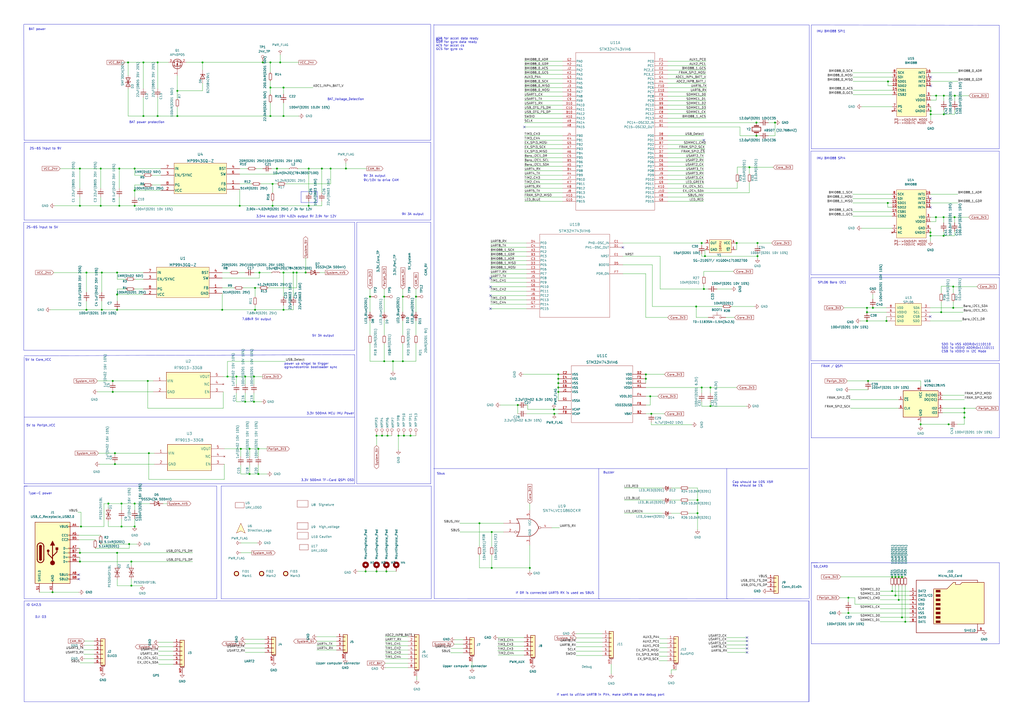
<source format=kicad_sch>
(kicad_sch (version 20231120) (generator "eeschema") (generator_version "8.0")
  (paper "A2")
  (title_block (title "NxtPX4") (date "2023-03-03") (rev "V1.0。1") (company "HKUST Khalil"))
  (lib_symbols
    (symbol "Connector:Micro_SD_Card" (pin_names (offset 1.016))
      (property "Reference" "J" (at -16.51 15.24 0))
      (property "Value" "Micro_SD_Card" (at 16.51 15.24 0))
      (symbol "Micro_SD_Card_1_1"
        (pin bidirectional line (at -22.86 7.62 0) (length 3.81) (name "DAT2") (number "1"))
        (pin bidirectional line (at -22.86 5.08 0) (length 3.81) (name "DAT3/CD") (number "2"))
        (pin input line (at -22.86 2.54 0) (length 3.81) (name "CMD") (number "3"))
        (pin power_in line (at -22.86 0 0) (length 3.81) (name "VDD") (number "4"))
        (pin input line (at -22.86 -2.54 0) (length 3.81) (name "CLK") (number "5"))
        (pin power_in line (at -22.86 -5.08 0) (length 3.81) (name "VSS") (number "6"))
        (pin bidirectional line (at -22.86 -7.62 0) (length 3.81) (name "DAT0") (number "7"))
        (pin bidirectional line (at -22.86 -10.16 0) (length 3.81) (name "DAT1") (number "8"))
        (pin passive line (at 20.32 -15.24 180) (length 3.81) (name "SHIELD") (number "9"))
      )
    )
    (symbol "Connector:TestPoint" (pin_numbers hide) (pin_names (offset 0.762) hide)
      (property "Reference" "TP" (at 0 6.858 0))
      (property "Value" "TestPoint" (at 0 5.08 0))
      (symbol "TestPoint_1_1"
        (pin passive line (at 0 0 90) (length 2.54) (name "1") (number "1"))
      )
    )
    (symbol "Connector:USB_C_Receptacle_USB2.0" (pin_names (offset 1.016))
      (property "Reference" "J" (at -10.16 19.05 0))
      (property "Value" "USB_C_Receptacle_USB2.0" (at 19.05 19.05 0))
      (symbol "USB_C_Receptacle_USB2.0_1_1"
        (pin passive line (at 0 -22.86 90) (length 5.08) (name "GND") (number "A1"))
        (pin passive line (at 0 -22.86 90) (length 5.08) hide (name "GND") (number "A12"))
        (pin passive line (at 15.24 15.24 180) (length 5.08) (name "VBUS") (number "A4"))
        (pin bidirectional line (at 15.24 10.16 180) (length 5.08) (name "CC1") (number "A5"))
        (pin bidirectional line (at 15.24 -2.54 180) (length 5.08) (name "D+") (number "A6"))
        (pin bidirectional line (at 15.24 2.54 180) (length 5.08) (name "D-") (number "A7"))
        (pin bidirectional line (at 15.24 -12.7 180) (length 5.08) (name "SBU1") (number "A8"))
        (pin passive line (at 15.24 15.24 180) (length 5.08) hide (name "VBUS") (number "A9"))
        (pin passive line (at 0 -22.86 90) (length 5.08) hide (name "GND") (number "B1"))
        (pin passive line (at 0 -22.86 90) (length 5.08) hide (name "GND") (number "B12"))
        (pin passive line (at 15.24 15.24 180) (length 5.08) hide (name "VBUS") (number "B4"))
        (pin bidirectional line (at 15.24 7.62 180) (length 5.08) (name "CC2") (number "B5"))
        (pin bidirectional line (at 15.24 -5.08 180) (length 5.08) (name "D+") (number "B6"))
        (pin bidirectional line (at 15.24 0 180) (length 5.08) (name "D-") (number "B7"))
        (pin bidirectional line (at 15.24 -15.24 180) (length 5.08) (name "SBU2") (number "B8"))
        (pin passive line (at 15.24 15.24 180) (length 5.08) hide (name "VBUS") (number "B9"))
        (pin passive line (at -7.62 -22.86 90) (length 5.08) (name "SHIELD") (number "S1"))
      )
    )
    (symbol "Connector_Generic:Conn_01x04" (pin_names (offset 1.016) hide)
      (property "Reference" "J" (at 0 5.08 0))
      (property "Value" "Conn_01x04" (at 0 -7.62 0))
      (symbol "Conn_01x04_1_1"
        (pin passive line (at -5.08 2.54 0) (length 3.81) (name "Pin_1") (number "1"))
        (pin passive line (at -5.08 0 0) (length 3.81) (name "Pin_2") (number "2"))
        (pin passive line (at -5.08 -2.54 0) (length 3.81) (name "Pin_3") (number "3"))
        (pin passive line (at -5.08 -5.08 0) (length 3.81) (name "Pin_4") (number "4"))
      )
    )
    (symbol "Connector_Generic_MountingPin:Conn_01x04_MountingPin" (pin_names (offset 1.016) hide)
      (property "Reference" "J" (at 0 5.08 0))
      (property "Value" "Conn_01x04_MountingPin" (at 1.27 -7.62 0))
      (symbol "Conn_01x04_MountingPin_1_1"
        (text "Mounting" (at 0 -6.731 0) (effects (font (size 0.381 0.381))))
        (pin passive line (at -5.08 2.54 0) (length 3.81) (name "Pin_1") (number "1"))
        (pin passive line (at -5.08 0 0) (length 3.81) (name "Pin_2") (number "2"))
        (pin passive line (at -5.08 -2.54 0) (length 3.81) (name "Pin_3") (number "3"))
        (pin passive line (at -5.08 -5.08 0) (length 3.81) (name "Pin_4") (number "4"))
        (pin passive line (at 0 -10.16 90) (length 3.048) (name "MountPin") (number "MP"))
      )
    )
    (symbol "Connector_Generic_MountingPin:Conn_01x05_MountingPin" (pin_names (offset 1.016) hide)
      (property "Reference" "J" (at 0 7.62 0))
      (property "Value" "Conn_01x05_MountingPin" (at 1.27 -7.62 0))
      (symbol "Conn_01x05_MountingPin_1_1"
        (text "Mounting" (at 0 -6.731 0) (effects (font (size 0.381 0.381))))
        (pin passive line (at -5.08 5.08 0) (length 3.81) (name "Pin_1") (number "1"))
        (pin passive line (at -5.08 2.54 0) (length 3.81) (name "Pin_2") (number "2"))
        (pin passive line (at -5.08 0 0) (length 3.81) (name "Pin_3") (number "3"))
        (pin passive line (at -5.08 -2.54 0) (length 3.81) (name "Pin_4") (number "4"))
        (pin passive line (at -5.08 -5.08 0) (length 3.81) (name "Pin_5") (number "5"))
        (pin passive line (at 0 -10.16 90) (length 3.048) (name "MountPin") (number "MP"))
      )
    )
    (symbol "Connector_Generic_MountingPin:Conn_01x06_MountingPin" (pin_names (offset 1.016) hide)
      (property "Reference" "J" (at 0 7.62 0))
      (property "Value" "Conn_01x06_MountingPin" (at 1.27 -10.16 0))
      (symbol "Conn_01x06_MountingPin_1_1"
        (text "Mounting" (at 0 -9.271 0) (effects (font (size 0.381 0.381))))
        (pin passive line (at -5.08 5.08 0) (length 3.81) (name "Pin_1") (number "1"))
        (pin passive line (at -5.08 2.54 0) (length 3.81) (name "Pin_2") (number "2"))
        (pin passive line (at -5.08 0 0) (length 3.81) (name "Pin_3") (number "3"))
        (pin passive line (at -5.08 -2.54 0) (length 3.81) (name "Pin_4") (number "4"))
        (pin passive line (at -5.08 -5.08 0) (length 3.81) (name "Pin_5") (number "5"))
        (pin passive line (at -5.08 -7.62 0) (length 3.81) (name "Pin_6") (number "6"))
        (pin passive line (at 0 -12.7 90) (length 3.048) (name "MountPin") (number "MP"))
      )
    )
    (symbol "Connector_Generic_MountingPin:Conn_01x08_MountingPin" (pin_names (offset 1.016) hide)
      (property "Reference" "J" (at 0 10.16 0))
      (property "Value" "Conn_01x08_MountingPin" (at 1.27 -12.7 0))
      (symbol "Conn_01x08_MountingPin_1_1"
        (text "Mounting" (at 0 -11.811 0) (effects (font (size 0.381 0.381))))
        (pin passive line (at -5.08 7.62 0) (length 3.81) (name "Pin_1") (number "1"))
        (pin passive line (at -5.08 5.08 0) (length 3.81) (name "Pin_2") (number "2"))
        (pin passive line (at -5.08 2.54 0) (length 3.81) (name "Pin_3") (number "3"))
        (pin passive line (at -5.08 0 0) (length 3.81) (name "Pin_4") (number "4"))
        (pin passive line (at -5.08 -2.54 0) (length 3.81) (name "Pin_5") (number "5"))
        (pin passive line (at -5.08 -5.08 0) (length 3.81) (name "Pin_6") (number "6"))
        (pin passive line (at -5.08 -7.62 0) (length 3.81) (name "Pin_7") (number "7"))
        (pin passive line (at -5.08 -10.16 0) (length 3.81) (name "Pin_8") (number "8"))
        (pin passive line (at 0 -15.24 90) (length 3.048) (name "MountPin") (number "MP"))
      )
    )
    (symbol "Device:C_Small" (pin_numbers hide) (pin_names (offset 0.254) hide)
      (property "Reference" "C" (at 0.254 1.778 0))
      (property "Value" "C_Small" (at 0.254 -2.032 0))
      (symbol "C_Small_1_1"
        (pin passive line (at 0 2.54 270) (length 2.032) (name "~") (number "1"))
        (pin passive line (at 0 -2.54 90) (length 2.032) (name "~") (number "2"))
      )
    )
    (symbol "Device:D_Schottky" (pin_numbers hide) (pin_names (offset 1.016) hide)
      (property "Reference" "D" (at 0 2.54 0))
      (property "Value" "D_Schottky" (at 0 -2.54 0))
      (symbol "D_Schottky_1_1"
        (pin passive line (at -3.81 0 0) (length 2.54) (name "K") (number "1"))
        (pin passive line (at 3.81 0 180) (length 2.54) (name "A") (number "2"))
      )
    )
    (symbol "Device:D_TVS" (pin_numbers hide) (pin_names (offset 1.016) hide)
      (property "Reference" "D" (at 0 2.54 0))
      (property "Value" "D_TVS" (at 0 -2.54 0))
      (symbol "D_TVS_1_1"
        (pin passive line (at -3.81 0 0) (length 2.54) (name "A1") (number "1"))
        (pin passive line (at 3.81 0 180) (length 2.54) (name "A2") (number "2"))
      )
    )
    (symbol "Device:D_Zener" (pin_numbers hide) (pin_names (offset 1.016) hide)
      (property "Reference" "D" (at 0 2.54 0))
      (property "Value" "D_Zener" (at 0 -2.54 0))
      (symbol "D_Zener_1_1"
        (pin passive line (at -3.81 0 0) (length 2.54) (name "K") (number "1"))
        (pin passive line (at 3.81 0 180) (length 2.54) (name "A") (number "2"))
      )
    )
    (symbol "Device:LED_Small" (pin_numbers hide) (pin_names (offset 0.254) hide)
      (property "Reference" "D" (at -1.27 3.175 0))
      (property "Value" "LED_Small" (at -4.445 -2.54 0))
      (symbol "LED_Small_1_1"
        (pin passive line (at -2.54 0 0) (length 1.778) (name "K") (number "1"))
        (pin passive line (at 2.54 0 180) (length 1.778) (name "A") (number "2"))
      )
    )
    (symbol "Device:L_Small" (pin_numbers hide) (pin_names (offset 0.254) hide)
      (property "Reference" "L" (at 0.762 1.016 0))
      (property "Value" "L_Small" (at 0.762 -1.016 0))
      (symbol "L_Small_1_1"
        (pin passive line (at 0 2.54 270) (length 0.508) (name "~") (number "1"))
        (pin passive line (at 0 -2.54 90) (length 0.508) (name "~") (number "2"))
      )
    )
    (symbol "Device:Q_PMOS_GSD" (pin_names (offset 0) hide)
      (property "Reference" "Q" (at 5.08 1.27 0))
      (property "Value" "Q_PMOS_GSD" (at 5.08 -1.27 0))
      (symbol "Q_PMOS_GSD_1_1"
        (pin input line (at -5.08 0 0) (length 2.54) (name "G") (number "1"))
        (pin passive line (at 2.54 -5.08 90) (length 2.54) (name "S") (number "2"))
        (pin passive line (at 2.54 5.08 270) (length 2.54) (name "D") (number "3"))
      )
    )
    (symbol "Device:R_Small" (pin_numbers hide) (pin_names (offset 0.254) hide)
      (property "Reference" "R" (at 0.762 0.508 0))
      (property "Value" "R_Small" (at 0.762 -1.016 0))
      (symbol "R_Small_1_1"
        (pin passive line (at 0 2.54 270) (length 0.762) (name "~") (number "1"))
        (pin passive line (at 0 -2.54 90) (length 0.762) (name "~") (number "2"))
      )
    )
    (symbol "Diode:ESD9B5.0ST5G" (pin_numbers hide) (pin_names (offset 1.016) hide)
      (property "Reference" "D" (at 0 2.54 0))
      (property "Value" "ESD9B5.0ST5G" (at 0 -2.54 0))
      (symbol "ESD9B5.0ST5G_1_1"
        (pin passive line (at -3.81 0 0) (length 2.54) (name "A1") (number "1"))
        (pin passive line (at 3.81 0 180) (length 2.54) (name "A2") (number "2"))
      )
    )
    (symbol "Mechanical:Fiducial"
      (property "Reference" "FID" (at 0 5.08 0))
      (property "Value" "Fiducial" (at 0 3.175 0))
    )
    (symbol "Mechanical:MountingHole_Pad" (pin_numbers hide) (pin_names (offset 1.016) hide)
      (property "Reference" "H" (at 0 6.35 0))
      (property "Value" "MountingHole_Pad" (at 0 4.445 0))
      (symbol "MountingHole_Pad_1_1"
        (pin input line (at 0 -2.54 90) (length 2.54) (name "1") (number "1"))
      )
    )
    (symbol "Memory_Flash:W25Q128JVS"
      (property "Reference" "U" (at -8.89 8.89 0))
      (property "Value" "W25Q128JVS" (at 7.62 8.89 0))
      (symbol "W25Q128JVS_1_1"
        (pin input line (at -12.7 2.54 0) (length 2.54) (name "~{CS}") (number "1"))
        (pin bidirectional line (at 12.7 2.54 180) (length 2.54) (name "DO(IO1)") (number "2"))
        (pin bidirectional line (at 12.7 -2.54 180) (length 2.54) (name "IO2") (number "3"))
        (pin power_in line (at 0 -10.16 90) (length 2.54) (name "GND") (number "4"))
        (pin bidirectional line (at 12.7 5.08 180) (length 2.54) (name "DI(IO0)") (number "5"))
        (pin input line (at -12.7 -2.54 0) (length 2.54) (name "CLK") (number "6"))
        (pin bidirectional line (at 12.7 -5.08 180) (length 2.54) (name "IO3") (number "7"))
        (pin power_in line (at 0 10.16 270) (length 2.54) (name "VCC") (number "8"))
      )
    )
    (symbol "NxtPX4_Symbol:BMI088"
      (property "Reference" "U" (at -0.635 0 0))
      (property "Value" "BMI088" (at -0.635 15.875 0))
      (symbol "BMI088_0_0"
        (text "PS->GND:SPI MODE" (at -0.635 -16.51 0) (effects (font (size 1.27 1.27))))
        (text "PS->VDD:IIC MODE" (at -1.016 -18.288 0) (effects (font (size 1.27 1.27))))
      )
      (symbol "BMI088_1_1"
        (pin output line (at 10.795 8.255 180) (length 2.54) (name "INT2") (number "1"))
        (pin bidirectional line (at -11.43 3.175 0) (length 2.54) (name "SDO2") (number "10"))
        (pin input line (at 10.795 -5.08 180) (length 2.54) (name "VDDIO") (number "11"))
        (pin output line (at 10.795 5.715 180) (length 2.54) (name "INT3") (number "12"))
        (pin output line (at 10.795 3.175 180) (length 2.54) (name "INT4") (number "13"))
        (pin input line (at -11.43 0.635 0) (length 2.54) (name "CSB1") (number "14"))
        (pin bidirectional line (at -11.43 5.715 0) (length 2.54) (name "SDO1") (number "15"))
        (pin output line (at 10.795 10.795 180) (length 2.54) (name "INT1") (number "16"))
        (pin no_connect line (at -11.43 -11.43 0) (length 2.54) (name "NC") (number "2"))
        (pin input line (at 10.795 -2.54 180) (length 2.54) (name "VDD") (number "3"))
        (pin input line (at 10.795 -11.43 180) (length 2.54) (name "GNDIO") (number "4"))
        (pin input line (at -11.43 -1.905 0) (length 2.54) (name "CSB2") (number "5"))
        (pin input line (at 10.795 -8.89 180) (length 2.54) (name "GND") (number "6"))
        (pin input line (at -11.43 -8.89 0) (length 2.54) (name "PS") (number "7"))
        (pin input line (at -11.43 10.795 0) (length 2.54) (name "SCK") (number "8"))
        (pin bidirectional line (at -11.43 8.255 0) (length 2.54) (name "SDI") (number "9"))
      )
    )
    (symbol "NxtPX4_Symbol:Caution_Logo"
      (property "Reference" "U" (at 0 0 0))
    )
    (symbol "NxtPX4_Symbol:Direction_Logo"
      (property "Reference" "U" (at 0 0 0))
      (property "Value" "Direction_Logo" (at 0 3.81 0))
    )
    (symbol "NxtPX4_Symbol:Dual_Logo"
      (property "Reference" "U" (at 0 0 0))
      (property "Value" "UAV_LOGO" (at 0 -2.54 0))
    )
    (symbol "NxtPX4_Symbol:High_Voltage_Logo"
      (property "Reference" "U" (at 0 0 0))
    )
    (symbol "NxtPX4_Symbol:LSE-Oscillator" (pin_numbers hide) (pin_names (offset 1.016) hide)
      (property "Reference" "Y?" (at -3.3274 -1.1684 90))
      (property "Value" "LSE-Oscillator" (at 10.16 -5.08 0))
      (symbol "LSE-Oscillator_1_1"
        (pin passive line (at -3.81 0 0) (length 1.27) (name "1") (number "1"))
        (pin passive line (at 3.81 0 180) (length 1.27) (name "2") (number "2"))
      )
    )
    (symbol "NxtPX4_Symbol:MP9943GQ-Z" (pin_names (offset 0.254))
      (property "Reference" "U" (at 22.86 10.16 0))
      (property "Value" "MP9943GQ-Z" (at 22.86 7.62 0))
      (property "Datasheet" "https://www.monolithicpower.cn/cn/documentview/productdocument/index/version/2/document_type/Datasheet/lang/en/sku/MP9943GQ-Z/document_id/865/" (at 1.27 12.7 0))
      (symbol "MP9943GQ-Z_1_1"
        (pin output line (at 45.72 -6.985 180) (length 7.62) (name "FB") (number "1"))
        (pin power_out line (at 0 -10.795 0) (length 7.62) (name "VCC") (number "2"))
        (pin input line (at 0 -1.905 0) (length 7.62) (name "EN/SYNC") (number "3"))
        (pin input line (at 45.72 1.905 180) (length 7.62) (name "BST") (number "4"))
        (pin power_in line (at 45.72 -10.16 180) (length 7.62) (name "GND") (number "5"))
        (pin output line (at 45.72 -1.27 180) (length 7.62) (name "SW") (number "6"))
        (pin input line (at 0 1.905 0) (length 7.62) (name "IN") (number "7"))
        (pin output line (at 0 -7.62 0) (length 7.62) (name "PG") (number "8"))
      )
    )
    (symbol "NxtPX4_Symbol:RT9013-33GB" (pin_names (offset 0.254))
      (property "Reference" "U" (at 20.32 10.16 0))
      (property "Value" "RT9013-33GB" (at 20.32 7.62 0))
      (symbol "RT9013-33GB_1_1"
        (pin power_in line (at 0 0 0) (length 7.62) (name "VIN") (number "1"))
        (pin power_in line (at 0 -6.35 0) (length 7.62) (name "GND") (number "2"))
        (pin input line (at 40.64 -6.35 180) (length 7.62) (name "EN") (number "3"))
        (pin no_connect line (at 40.64 -1.905 180) (length 7.62) (name "NC") (number "4"))
        (pin power_out line (at 40.64 2.54 180) (length 7.62) (name "VOUT") (number "5"))
      )
    )
    (symbol "NxtPX4_Symbol:SG-210STF"
      (property "Reference" "Y?" (at 0 0 0))
      (property "Value" "SG-210STF" (at 0.508 5.842 0))
      (symbol "SG-210STF_0_0"
        (text "16MHz" (at 0 0 900) (effects (font (size 1.27 1.27))))
      )
      (symbol "SG-210STF_1_1"
        (pin input line (at -8.89 -1.905 0) (length 2.54) (name "~{ST}") (number "1"))
        (pin input line (at 8.89 -1.905 180) (length 2.54) (name "GND") (number "2"))
        (pin input line (at 8.89 1.905 180) (length 2.54) (name "OUT") (number "3"))
        (pin input line (at -8.89 1.905 0) (length 2.54) (name "VCC") (number "4"))
      )
    )
    (symbol "NxtPX4_Symbol:SN74LVC1G86DCKR" (pin_names (offset 0.254))
      (property "Reference" "U" (at 25.4 10.16 0))
      (property "Value" "SN74LVC1G86DCKR" (at 3.81 7.62 0))
      (symbol "SN74LVC1G86DCKR_1_1"
        (pin input line (at 11.43 1.27 0) (length 7.62) (name "~") (number "1"))
        (pin input inverted (at 11.43 -3.81 0) (length 7.62) (name "~") (number "2"))
        (pin power_in line (at 26.67 -11.43 90) (length 5.08) (name "GND") (number "3"))
        (pin output inverted (at 39.37 -1.27 180) (length 7.62) (name "~") (number "4"))
        (pin power_in line (at 26.67 8.89 270) (length 5.08) (name "VCC") (number "5"))
      )
    )
    (symbol "NxtPX4_Symbol:SPL06" (pin_names (offset 1.016))
      (property "Reference" "U" (at 0 7.62 0))
      (property "Value" "SPL06" (at 0 -7.62 0))
      (symbol "SPL06_1_1"
        (pin power_in line (at -12.7 -1.27 0) (length 5.08) (name "GND") (number "1"))
        (pin bidirectional line (at 12.7 -1.27 180) (length 5.08) (name "CSB") (number "2"))
        (pin bidirectional line (at 12.7 3.81 180) (length 5.08) (name "SDA") (number "3"))
        (pin bidirectional line (at 12.7 1.27 180) (length 5.08) (name "SCL") (number "4"))
        (pin bidirectional line (at 12.7 -3.81 180) (length 5.08) (name "SDO") (number "5"))
        (pin power_in line (at -12.7 1.27 0) (length 5.08) (name "VDDIO") (number "6"))
        (pin power_in line (at -12.7 -3.81 0) (length 5.08) (name "GND") (number "7"))
        (pin power_in line (at -12.7 3.81 0) (length 5.08) (name "VDD") (number "8"))
      )
    )
    (symbol "NxtPX4_Symbol:STM32H743VIH6" (pin_names (offset 0.254))
      (property "Reference" "U" (at 30.48 10.16 0))
      (property "Value" "STM32H743VIH6" (at 30.48 7.62 0))
      (symbol "STM32H743VIH6_1_1"
        (pin bidirectional line (at 60.96 -35.56 180) (length 7.62) (name "PC14-OSC32_IN") (number "A1"))
        (pin bidirectional line (at 0 -33.02 0) (length 7.62) (name "PA13") (number "A10"))
        (pin bidirectional line (at 60.96 -33.02 180) (length 7.62) (name "PC13") (number "A2"))
        (pin bidirectional line (at 0 -66.04 0) (length 7.62) (name "PB9") (number "A4"))
        (pin bidirectional line (at 0 -60.96 0) (length 7.62) (name "PB7") (number "A5"))
        (pin bidirectional line (at 0 -53.34 0) (length 7.62) (name "PB4") (number "A6"))
        (pin bidirectional line (at 0 -50.8 0) (length 7.62) (name "PB3") (number "A7"))
        (pin bidirectional line (at 0 -38.1 0) (length 7.62) (name "PA15") (number "A8"))
        (pin bidirectional line (at 0 -35.56 0) (length 7.62) (name "PA14") (number "A9"))
        (pin bidirectional line (at 60.96 -38.1 180) (length 7.62) (name "PC15-OSC32_OUT") (number "B1"))
        (pin bidirectional line (at 0 -30.48 0) (length 7.62) (name "PA12") (number "B10"))
        (pin bidirectional line (at 0 -63.5 0) (length 7.62) (name "PB8") (number "B4"))
        (pin bidirectional line (at 0 -58.42 0) (length 7.62) (name "PB6") (number "B5"))
        (pin bidirectional line (at 60.96 -55.88 180) (length 7.62) (name "PD5") (number "B6"))
        (pin bidirectional line (at 60.96 -48.26 180) (length 7.62) (name "PD2") (number "B7"))
        (pin bidirectional line (at 60.96 -27.94 180) (length 7.62) (name "PC11") (number "B8"))
        (pin bidirectional line (at 60.96 -25.4 180) (length 7.62) (name "PC10") (number "B9"))
        (pin bidirectional line (at 0 -27.94 0) (length 7.62) (name "PA11") (number "C10"))
        (pin bidirectional line (at 0 -55.88 0) (length 7.62) (name "PB5") (number "C5"))
        (pin bidirectional line (at 60.96 -58.42 180) (length 7.62) (name "PD6") (number "C6"))
        (pin bidirectional line (at 60.96 -50.8 180) (length 7.62) (name "PD3") (number "C7"))
        (pin bidirectional line (at 60.96 -30.48 180) (length 7.62) (name "PC12") (number "C8"))
        (pin bidirectional line (at 0 -22.86 0) (length 7.62) (name "PA9") (number "C9"))
        (pin bidirectional line (at 0 -25.4 0) (length 7.62) (name "PA10") (number "D10"))
        (pin bidirectional line (at 60.96 -60.96 180) (length 7.62) (name "PD7") (number "D6"))
        (pin bidirectional line (at 60.96 -53.34 180) (length 7.62) (name "PD4") (number "D7"))
        (pin bidirectional line (at 60.96 -43.18 180) (length 7.62) (name "PD0") (number "D8"))
        (pin bidirectional line (at 0 -20.32 0) (length 7.62) (name "PA8") (number "D9"))
        (pin bidirectional line (at 60.96 -17.78 180) (length 7.62) (name "PC7") (number "E10"))
        (pin bidirectional line (at 60.96 -5.08 180) (length 7.62) (name "PC2_C") (number "E2"))
        (pin bidirectional line (at 60.96 -45.72 180) (length 7.62) (name "PD1") (number "E8"))
        (pin bidirectional line (at 60.96 -22.86 180) (length 7.62) (name "PC9") (number "E9"))
        (pin bidirectional line (at 60.96 0 180) (length 7.62) (name "PC0") (number "F1"))
        (pin bidirectional line (at 60.96 -15.24 180) (length 7.62) (name "PC6") (number "F10"))
        (pin bidirectional line (at 60.96 -2.54 180) (length 7.62) (name "PC1") (number "F2"))
        (pin bidirectional line (at 60.96 -7.62 180) (length 7.62) (name "PC3_C") (number "F3"))
        (pin bidirectional line (at 60.96 -20.32 180) (length 7.62) (name "PC8") (number "F9"))
        (pin bidirectional line (at 0 -81.28 0) (length 7.62) (name "PB15") (number "G10"))
        (pin bidirectional line (at 0 0 0) (length 7.62) (name "PA0") (number "G2"))
        (pin bidirectional line (at 0 -10.16 0) (length 7.62) (name "PA4") (number "G3"))
        (pin bidirectional line (at 60.96 -10.16 180) (length 7.62) (name "PC4") (number "G4"))
        (pin bidirectional line (at 0 -48.26 0) (length 7.62) (name "PB2") (number "G5"))
        (pin bidirectional line (at 60.96 -81.28 180) (length 7.62) (name "PD15") (number "G8"))
        (pin bidirectional line (at 60.96 -71.12 180) (length 7.62) (name "PD11") (number "G9"))
        (pin bidirectional line (at 0 -78.74 0) (length 7.62) (name "PB14") (number "H10"))
        (pin bidirectional line (at 0 -2.54 0) (length 7.62) (name "PA1") (number "H2"))
        (pin bidirectional line (at 0 -12.7 0) (length 7.62) (name "PA5") (number "H3"))
        (pin bidirectional line (at 60.96 -12.7 180) (length 7.62) (name "PC5") (number "H4"))
        (pin bidirectional line (at 60.96 -78.74 180) (length 7.62) (name "PD14") (number "H8"))
        (pin bidirectional line (at 60.96 -68.58 180) (length 7.62) (name "PD10") (number "H9"))
        (pin bidirectional line (at 60.96 -76.2 180) (length 7.62) (name "PD13") (number "J10"))
        (pin bidirectional line (at 0 -5.08 0) (length 7.62) (name "PA2") (number "J2"))
        (pin bidirectional line (at 0 -15.24 0) (length 7.62) (name "PA6") (number "J3"))
        (pin bidirectional line (at 0 -43.18 0) (length 7.62) (name "PB0") (number "J4"))
        (pin bidirectional line (at 0 -68.58 0) (length 7.62) (name "PB10") (number "J7"))
        (pin bidirectional line (at 0 -76.2 0) (length 7.62) (name "PB13") (number "J8"))
        (pin bidirectional line (at 60.96 -66.04 180) (length 7.62) (name "PD9") (number "J9"))
        (pin bidirectional line (at 60.96 -73.66 180) (length 7.62) (name "PD12") (number "K10"))
        (pin bidirectional line (at 0 -7.62 0) (length 7.62) (name "PA3") (number "K2"))
        (pin bidirectional line (at 0 -17.78 0) (length 7.62) (name "PA7") (number "K3"))
        (pin bidirectional line (at 0 -45.72 0) (length 7.62) (name "PB1") (number "K4"))
        (pin bidirectional line (at 0 -71.12 0) (length 7.62) (name "PB11") (number "K7"))
        (pin bidirectional line (at 0 -73.66 0) (length 7.62) (name "PB12") (number "K8"))
        (pin bidirectional line (at 60.96 -63.5 180) (length 7.62) (name "PD8") (number "K9"))
      )
      (symbol "STM32H743VIH6_2_1"
        (pin bidirectional line (at 0 -5.08 0) (length 7.62) (name "PE2") (number "A3"))
        (pin bidirectional line (at 0 -7.62 0) (length 7.62) (name "PE3") (number "B3"))
        (pin bidirectional line (at 55.88 0 180) (length 7.62) (name "PH0-OSC_IN") (number "C1"))
        (pin bidirectional line (at 0 -10.16 0) (length 7.62) (name "PE4") (number "C3"))
        (pin bidirectional line (at 0 -2.54 0) (length 7.62) (name "PE1") (number "C4"))
        (pin bidirectional line (at 55.88 -2.54 180) (length 7.62) (name "PH1-OSC_OUT") (number "D1"))
        (pin bidirectional line (at 0 -12.7 0) (length 7.62) (name "PE5") (number "D3"))
        (pin bidirectional line (at 0 0 0) (length 7.62) (name "PE0") (number "D4"))
        (pin input line (at 55.88 -12.7 180) (length 7.62) (name "BOOT0") (number "D5"))
        (pin bidirectional line (at 55.88 -7.62 180) (length 7.62) (name "NRST") (number "E1"))
        (pin bidirectional line (at 0 -15.24 0) (length 7.62) (name "PE6") (number "E3"))
        (pin bidirectional line (at 55.88 -17.78 180) (length 7.62) (name "PDR_ON") (number "F7"))
        (pin bidirectional line (at 0 -25.4 0) (length 7.62) (name "PE10") (number "G6"))
        (pin bidirectional line (at 0 -35.56 0) (length 7.62) (name "PE14") (number "G7"))
        (pin bidirectional line (at 0 -17.78 0) (length 7.62) (name "PE7") (number "H5"))
        (pin bidirectional line (at 0 -27.94 0) (length 7.62) (name "PE11") (number "H6"))
        (pin bidirectional line (at 0 -38.1 0) (length 7.62) (name "PE15") (number "H7"))
        (pin bidirectional line (at 0 -20.32 0) (length 7.62) (name "PE8") (number "J5"))
        (pin bidirectional line (at 0 -30.48 0) (length 7.62) (name "PE12") (number "J6"))
        (pin bidirectional line (at 0 -22.86 0) (length 7.62) (name "PE9") (number "K5"))
        (pin bidirectional line (at 0 -33.02 0) (length 7.62) (name "PE13") (number "K6"))
      )
      (symbol "STM32H743VIH6_3_1"
        (pin power_in line (at 50.8 -22.86 180) (length 7.62) (name "VBAT") (number "B2"))
        (pin power_in line (at 0 0 0) (length 7.62) (name "VSS") (number "C2"))
        (pin power_in line (at 50.8 0 180) (length 7.62) (name "VDD") (number "D2"))
        (pin power_in line (at 0 -2.54 0) (length 7.62) (name "VSS") (number "E4"))
        (pin power_in line (at 0 -5.08 0) (length 7.62) (name "VSS") (number "E5"))
        (pin power_in line (at 0 -7.62 0) (length 7.62) (name "VSS") (number "E6"))
        (pin power_in line (at 0 -20.32 0) (length 7.62) (name "VCAP") (number "E7"))
        (pin power_in line (at 50.8 -12.7 180) (length 7.62) (name "VDDLDO") (number "F4"))
        (pin power_in line (at 50.8 -2.54 180) (length 7.62) (name "VDD") (number "F5"))
        (pin power_in line (at 50.8 -17.78 180) (length 7.62) (name "VDD33USB") (number "F6"))
        (pin power_in line (at 0 -22.86 0) (length 7.62) (name "VCAP") (number "F8"))
        (pin power_in line (at 0 -15.24 0) (length 7.62) (name "VSSA") (number "G1"))
        (pin power_in line (at 50.8 -7.62 180) (length 7.62) (name "VDDA") (number "H1"))
        (pin power_in line (at 0 -10.16 0) (length 7.62) (name "VSS") (number "J1"))
        (pin power_in line (at 50.8 -5.08 180) (length 7.62) (name "VDD") (number "K1"))
      )
    )
    (symbol "NxtPX4_Symbol:Signature"
      (property "Reference" "U" (at 0 0 0))
    )
    (symbol "NxtPX4_Symbol:UAV_LOGO"
      (property "Reference" "U" (at 0 0 0))
      (property "Value" "UAV_LOGO" (at 0 -2.54 0))
    )
    (symbol "Switch:SW_Push" (pin_numbers hide) (pin_names (offset 1.016) hide)
      (property "Reference" "SW" (at 1.27 2.54 0))
      (property "Value" "SW_Push" (at 0 -1.524 0))
      (symbol "SW_Push_0_1"
        (pin passive line (at -5.08 0 0) (length 2.54) (name "1") (number "1"))
        (pin passive line (at 5.08 0 180) (length 2.54) (name "2") (number "2"))
      )
    )
    (symbol "power:GND" (power) (pin_names (offset 0))
      (property "Value" "GND" (at 0 -3.81 0))
      (symbol "GND_1_1"
        (pin power_in line (at 0 0 270) (length 0) hide (name "GND") (number "1"))
      )
    )
    (symbol "power:PWR_FLAG" (power) (pin_numbers hide) (pin_names (offset 0) hide)
      (property "Value" "PWR_FLAG" (at 0 3.81 0))
      (symbol "PWR_FLAG_0_0"
        (pin power_out line (at 0 0 90) (length 0) (name "pwr") (number "1"))
      )
    )
  )
  (junction (at 514.223 186.182))
  (junction (at 102.87 52.705))
  (junction (at 539.75 136.779))
  (junction (at 404.622 297.688))
  (junction (at 449.58 71.12))
  (junction (at 241.3 172.085))
  (junction (at 83.185 36.195))
  (junction (at 147.32 218.44))
  (junction (at 515.112 47.244))
  (junction (at 552.958 166.243))
  (junction (at 407.035 140.97))
  (junction (at 234.315 252.73))
  (junction (at 78.105 97.79))
  (junction (at 559.435 239.395))
  (junction (at 214.63 172.085))
  (junction (at 545.973 181.102))
  (junction (at 321.31 237.49))
  (junction (at 102.87 67.31))
  (junction (at 224.155 331.47))
  (junction (at 221.615 252.73))
  (junction (at 438.785 78.74))
  (junction (at 377.825 240.03))
  (junction (at 517.525 342.9))
  (junction (at 521.335 334.645))
  (junction (at 162.56 36.195))
  (junction (at 150.495 158.115))
  (junction (at 46.99 305.435))
  (junction (at 170.18 158.115))
  (junction (at 523.24 334.645))
  (junction (at 158.115 119.38))
  (junction (at 514.985 117.729))
  (junction (at 278.13 303.53))
  (junction (at 147.955 179.705))
  (junction (at 519.43 334.645))
  (junction (at 160.655 97.79))
  (junction (at 186.69 97.79))
  (junction (at 404.622 290.068))
  (junction (at 227.965 209.55))
  (junction (at 323.85 222.25))
  (junction (at 91.44 36.195))
  (junction (at 408.305 167.64))
  (junction (at 74.295 36.195))
  (junction (at 218.44 252.73))
  (junction (at 147.32 233.045))
  (junction (at 164.465 67.31))
  (junction (at 172.085 158.115))
  (junction (at 59.055 179.705))
  (junction (at 543.052 55.499))
  (junction (at 137.16 218.44))
  (junction (at 144.78 274.955))
  (junction (at 78.105 305.435))
  (junction (at 547.37 125.984))
  (junction (at 542.925 125.984))
  (junction (at 65.405 227.33))
  (junction (at 407.035 224.79))
  (junction (at 164.465 158.115))
  (junction (at 83.185 67.31))
  (junction (at 534.035 246.126))
  (junction (at 70.485 305.435))
  (junction (at 547.37 136.779))
  (junction (at 321.564 240.03))
  (junction (at 85.725 220.98))
  (junction (at 238.125 252.73))
  (junction (at 50.165 179.705))
  (junction (at 408.94 148.59))
  (junction (at 164.465 179.705))
  (junction (at 67.945 170.815))
  (junction (at 403.86 177.8))
  (junction (at 492.125 355.6))
  (junction (at 539.75 134.874))
  (junction (at 139.065 119.38))
  (junction (at 177.292 158.115))
  (junction (at 307.34 329.438))
  (junction (at 131.953 218.44))
  (junction (at 224.79 252.73))
  (junction (at 285.242 329.438))
  (junction (at 117.475 36.195))
  (junction (at 285.242 308.61))
  (junction (at 66.675 262.89))
  (junction (at 78.105 292.1))
  (junction (at 46.355 325.755))
  (junction (at 69.215 97.79))
  (junction (at 323.85 224.79))
  (junction (at 149.86 260.35))
  (junction (at 58.42 97.79))
  (junction (at 46.355 119.38))
  (junction (at 179.07 119.38))
  (junction (at 233.68 209.55))
  (junction (at 86.36 262.89))
  (junction (at 233.68 172.085))
  (junction (at 70.485 292.1))
  (junction (at 412.115 235.585))
  (junction (at 492.125 346.71))
  (junction (at 30.48 343.535))
  (junction (at 222.885 172.085))
  (junction (at 559.435 236.855))
  (junction (at 434.721 97.028))
  (junction (at 76.2 325.755))
  (junction (at 519.43 345.44))
  (junction (at 525.145 360.68))
  (junction (at 521.335 347.98))
  (junction (at 149.86 274.955))
  (junction (at 547.497 66.294))
  (junction (at 46.355 97.79))
  (junction (at 502.92 181.102))
  (junction (at 374.65 217.17))
  (junction (at 547.497 55.499))
  (junction (at 78.105 110.49))
  (junction (at 231.14 252.73))
  (junction (at 50.165 158.115))
  (junction (at 67.945 179.705))
  (junction (at 142.24 218.44))
  (junction (at 550.291 246.126))
  (junction (at 74.93 315.595))
  (junction (at 539.877 64.389))
  (junction (at 179.07 97.79))
  (junction (at 502.92 186.182))
  (junction (at 212.09 331.47))
  (junction (at 539.877 66.294))
  (junction (at 323.85 217.17))
  (junction (at 67.945 158.115))
  (junction (at 553.847 55.499))
  (junction (at 200.66 97.79))
  (junction (at 502.92 178.562))
  (junction (at 218.44 331.47))
  (junction (at 46.355 320.675))
  (junction (at 164.465 50.8))
  (junction (at 142.24 233.045))
  (junction (at 323.85 219.71))
  (junction (at 66.675 269.24))
  (junction (at 506.349 178.562))
  (junction (at 158.115 106.68))
  (junction (at 139.7 260.35))
  (junction (at 128.905 179.705))
  (junction (at 156.845 67.31))
  (junction (at 323.85 227.33))
  (junction (at 559.435 242.189))
  (junction (at 147.955 167.005))
  (junction (at 91.44 67.31))
  (junction (at 76.2 339.725))
  (junction (at 156.845 50.8))
  (junction (at 517.525 334.645))
  (junction (at 222.885 209.55))
  (junction (at 377.19 229.87))
  (junction (at 144.78 260.35))
  (junction (at 427.355 140.97))
  (junction (at 439.42 148.59))
  (junction (at 156.845 36.195))
  (junction (at 439.42 140.97))
  (junction (at 300.355 234.95))
  (junction (at 152.4 36.195))
  (junction (at 67.945 320.675))
  (junction (at 503.555 220.98))
  (junction (at 553.72 125.984))
  (junction (at 374.65 219.71))
  (junction (at 523.24 358.14))
  (junction (at 58.42 119.38))
  (junction (at 65.405 220.98))
  (junction (at 62.865 292.1))
  (junction (at 69.215 119.38))
  (junction (at 552.958 178.562))
  (junction (at 59.055 158.115))
  (junction (at 412.115 224.79))
  (junction (at 191.77 97.79))
  (junction (at 78.105 119.38))
  (junction (at 438.785 71.12))
  (no_connect (at 539.877 49.784))
  (no_connect (at 539.623 183.642))
  (no_connect (at 433.324 378.46))
  (no_connect (at 433.324 369.824))
  (no_connect (at 539.75 115.189))
  (no_connect (at 433.324 374.142))
  (no_connect (at 433.324 376.174))
  (no_connect (at 304.165 73.66))
  (no_connect (at 361.315 143.51))
  (no_connect (at 284.48 171.45))
  (no_connect (at 45.72 335.915))
  (no_connect (at 45.72 333.375))
  (no_connect (at 284.48 161.29))
  (no_connect (at 433.324 371.856))
  (no_connect (at 284.48 166.37))
  (no_connect (at 284.48 179.07))
  (no_connect (at 539.75 120.269))
  (no_connect (at 408.305 81.28))
  (no_connect (at 539.877 44.704))
  (wire (pts (xy 65.405 227.33) (xy 88.9 227.33)))
  (wire (pts (xy 547.37 125.984) (xy 553.72 125.984)))
  (wire (pts (xy 162.56 31.75) (xy 162.56 36.195)))
  (wire (pts (xy 238.125 252.73) (xy 241.3 252.73)))
  (wire (pts (xy 49.022 371.856) (xy 54.61 371.856)))
  (wire (pts (xy 521.335 236.855) (xy 493.395 236.855)))
  (wire (pts (xy 139.065 109.855) (xy 139.065 119.38)))
  (wire (pts (xy 128.905 170.18) (xy 128.905 179.705)))
  (wire (pts (xy 539.623 178.562) (xy 552.958 178.562)))
  (wire (pts (xy 412.115 235.585) (xy 407.035 235.585)))
  (wire (pts (xy 160.655 100.965) (xy 139.065 100.965)))
  (wire (pts (xy 70.485 292.1) (xy 78.105 292.1)))
  (wire (pts (xy 374.65 219.71) (xy 374.65 222.25)))
  (polyline (pts (xy 470.408 87.63) (xy 579.628 87.63)))
  (wire (pts (xy 141.986 375.92) (xy 153.67 375.92)))
  (wire (pts (xy 164.465 50.8) (xy 164.465 54.61)))
  (polyline (pts (xy 128.27 281.94) (xy 128.27 347.345)))
  (wire (pts (xy 514.223 181.102) (xy 502.92 181.102)))
  (wire (pts (xy 489.458 178.562) (xy 502.92 178.562)))
  (wire (pts (xy 224.79 252.73) (xy 227.33 252.73)))
  (wire (pts (xy 288.671 374.904) (xy 304.038 374.904)))
  (wire (pts (xy 160.655 97.79) (xy 167.64 97.79)))
  (wire (pts (xy 427.736 96.901) (xy 434.721 96.901)))
  (polyline (pts (xy 205.74 203.2) (xy 13.843 203.2)))
  (wire (pts (xy 207.645 331.47) (xy 212.09 331.47)))
  (wire (pts (xy 45.72 318.135) (xy 46.355 318.135)))
  (wire (pts (xy 421.64 369.824) (xy 433.324 369.824)))
  (wire (pts (xy 494.665 125.349) (xy 517.525 125.349)))
  (polyline (pts (xy 470.535 326.39) (xy 474.345 326.39)))
  (wire (pts (xy 412.115 224.79) (xy 427.355 224.79)))
  (wire (pts (xy 326.39 88.9) (xy 304.165 88.9)))
  (wire (pts (xy 300.355 234.95) (xy 300.355 240.03)))
  (wire (pts (xy 427.736 105.791) (xy 427.736 109.22)))
  (polyline (pts (xy 469.265 348.615) (xy 469.265 407.035)))
  (wire (pts (xy 263.398 373.634) (xy 268.732 373.634)))
  (wire (pts (xy 195.199 371.983) (xy 183.769 371.983)))
  (wire (pts (xy 519.43 339.725) (xy 519.43 345.44)))
  (wire (pts (xy 149.86 264.795) (xy 149.86 260.35)))
  (wire (pts (xy 326.39 66.04) (xy 304.165 66.04)))
  (wire (pts (xy 164.465 158.115) (xy 170.18 158.115)))
  (wire (pts (xy 546.735 231.775) (xy 559.435 231.775)))
  (polyline (pts (xy 421.64 347.345) (xy 422.275 347.345)))
  (wire (pts (xy 67.945 320.675) (xy 111.76 320.675)))
  (wire (pts (xy 494.792 44.704) (xy 517.652 44.704)))
  (wire (pts (xy 218.44 258.445) (xy 218.44 252.73)))
  (wire (pts (xy 139.7 264.795) (xy 139.7 260.35)))
  (wire (pts (xy 234.315 252.73) (xy 238.125 252.73)))
  (wire (pts (xy 212.09 331.47) (xy 218.44 331.47)))
  (wire (pts (xy 539.75 125.984) (xy 542.925 125.984)))
  (wire (pts (xy 50.165 169.545) (xy 50.165 158.115)))
  (wire (pts (xy 241.808 392.303) (xy 241.808 394.335)))
  (wire (pts (xy 151.13 106.68) (xy 158.115 106.68)))
  (wire (pts (xy 152.4 36.195) (xy 156.845 36.195)))
  (wire (pts (xy 158.115 119.38) (xy 179.07 119.38)))
  (wire (pts (xy 288.798 372.364) (xy 304.038 372.364)))
  (wire (pts (xy 222.885 199.39) (xy 222.885 209.55)))
  (wire (pts (xy 48.641 379.476) (xy 54.61 379.476)))
  (wire (pts (xy 172.72 97.79) (xy 179.07 97.79)))
  (wire (pts (xy 510.54 345.44) (xy 519.43 345.44)))
  (wire (pts (xy 492.125 355.6) (xy 527.685 355.6)))
  (wire (pts (xy 517.525 342.9) (xy 527.685 342.9)))
  (wire (pts (xy 102.87 43.815) (xy 102.87 52.705)))
  (wire (pts (xy 221.615 252.73) (xy 224.79 252.73)))
  (wire (pts (xy 139.7 260.35) (xy 144.78 260.35)))
  (wire (pts (xy 445.77 71.12) (xy 449.58 71.12)))
  (wire (pts (xy 408.305 104.14) (xy 387.35 104.14)))
  (wire (pts (xy 539.877 61.849) (xy 539.877 64.389)))
  (wire (pts (xy 491.49 220.98) (xy 503.555 220.98)))
  (wire (pts (xy 438.785 71.12) (xy 440.69 71.12)))
  (polyline (pts (xy 470.408 161.036) (xy 579.755 161.036)))
  (polyline (pts (xy 470.662 14.478) (xy 579.628 14.605)))
  (wire (pts (xy 31.115 158.115) (xy 50.165 158.115)))
  (wire (pts (xy 191.77 97.79) (xy 200.66 97.79)))
  (wire (pts (xy 158.115 119.38) (xy 139.065 119.38)))
  (wire (pts (xy 534.035 244.475) (xy 534.035 246.126)))
  (wire (pts (xy 439.42 147.32) (xy 439.42 148.59)))
  (wire (pts (xy 86.36 262.89) (xy 89.535 262.89)))
  (wire (pts (xy 67.945 161.925) (xy 67.945 158.115)))
  (wire (pts (xy 45.72 313.055) (xy 55.245 313.055)))
  (wire (pts (xy 170.18 179.705) (xy 170.18 177.165)))
  (wire (pts (xy 292.1 308.61) (xy 285.242 308.61)))
  (wire (pts (xy 147.32 233.045) (xy 151.765 233.045)))
  (wire (pts (xy 288.925 379.984) (xy 304.038 379.984)))
  (wire (pts (xy 223.393 377.063) (xy 236.728 377.063)))
  (wire (pts (xy 499.745 132.334) (xy 517.525 132.334)))
  (wire (pts (xy 164.465 179.705) (xy 170.18 179.705)))
  (wire (pts (xy 62.865 302.26) (xy 62.865 305.435)))
  (wire (pts (xy 195.199 369.443) (xy 183.769 369.443)))
  (polyline (pts (xy 125.73 281.94) (xy 125.73 347.345)))
  (wire (pts (xy 266.7 308.61) (xy 285.242 308.61)))
  (polyline (pts (xy 250.19 347.345) (xy 128.27 347.345)))
  (wire (pts (xy 326.39 99.06) (xy 304.165 99.06)))
  (wire (pts (xy 374.65 240.03) (xy 377.825 240.03)))
  (wire (pts (xy 186.69 119.38) (xy 186.69 116.84)))
  (polyline (pts (xy 470.662 86.36) (xy 579.628 86.36)))
  (wire (pts (xy 389.382 290.068) (xy 394.462 290.068)))
  (wire (pts (xy 545.973 181.102) (xy 558.8 181.102)))
  (wire (pts (xy 389.382 283.083) (xy 394.462 283.083)))
  (wire (pts (xy 304.165 114.3) (xy 326.39 114.3)))
  (wire (pts (xy 559.435 236.855) (xy 566.039 236.855)))
  (wire (pts (xy 539.75 112.649) (xy 555.625 112.649)))
  (wire (pts (xy 142.24 218.44) (xy 147.32 218.44)))
  (wire (pts (xy 326.39 91.44) (xy 304.165 91.44)))
  (wire (pts (xy 326.39 55.88) (xy 304.165 55.88)))
  (wire (pts (xy 170.18 158.115) (xy 170.18 172.085)))
  (polyline (pts (xy 249.936 82.55) (xy 249.936 127.635)))
  (wire (pts (xy 164.465 67.31) (xy 173.355 67.31)))
  (wire (pts (xy 85.725 220.98) (xy 88.9 220.98)))
  (wire (pts (xy 117.475 36.195) (xy 152.4 36.195)))
  (polyline (pts (xy 469.265 407.035) (xy 13.97 407.035)))
  (polyline (pts (xy 249.936 127.635) (xy 13.97 127.635)))
  (wire (pts (xy 517.652 42.164) (xy 494.792 42.164)))
  (wire (pts (xy 144.78 260.35) (xy 149.86 260.35)))
  (wire (pts (xy 427.736 96.901) (xy 427.736 100.711)))
  (wire (pts (xy 408.305 93.98) (xy 387.35 93.98)))
  (wire (pts (xy 326.39 81.28) (xy 304.165 81.28)))
  (wire (pts (xy 415.925 167.64) (xy 424.18 167.64)))
  (wire (pts (xy 539.623 181.102) (xy 545.973 181.102)))
  (wire (pts (xy 241.3 167.64) (xy 241.3 172.085)))
  (wire (pts (xy 83.185 107.315) (xy 78.105 107.315)))
  (wire (pts (xy 439.42 142.24) (xy 439.42 140.97)))
  (wire (pts (xy 149.86 274.955) (xy 154.94 274.955)))
  (wire (pts (xy 392.176 388.62) (xy 392.176 388.366)))
  (wire (pts (xy 387.35 38.1) (xy 409.575 38.1)))
  (polyline (pts (xy 14.605 82.55) (xy 249.936 82.55)))
  (wire (pts (xy 321.564 240.03) (xy 323.85 240.03)))
  (wire (pts (xy 62.865 305.435) (xy 70.485 305.435)))
  (wire (pts (xy 67.945 170.815) (xy 67.945 174.625)))
  (wire (pts (xy 387.35 50.8) (xy 409.956 50.8)))
  (wire (pts (xy 290.195 234.95) (xy 300.355 234.95)))
  (wire (pts (xy 408.178 114.3) (xy 387.35 114.3)))
  (wire (pts (xy 362.077 290.068) (xy 384.302 290.068)))
  (polyline (pts (xy 184.15 117.475) (xy 174.625 117.475)))
  (wire (pts (xy 46.355 114.3) (xy 46.355 119.38)))
  (wire (pts (xy 492.125 354.33) (xy 492.125 355.6)))
  (wire (pts (xy 78.105 107.315) (xy 78.105 110.49)))
  (wire (pts (xy 374.65 224.79) (xy 407.035 224.79)))
  (wire (pts (xy 58.42 114.3) (xy 58.42 119.38)))
  (wire (pts (xy 323.85 219.71) (xy 323.85 222.25)))
  (wire (pts (xy 321.31 237.49) (xy 323.85 237.49)))
  (wire (pts (xy 284.48 173.99) (xy 305.435 173.99)))
  (wire (pts (xy 284.48 179.07) (xy 305.435 179.07)))
  (wire (pts (xy 389.382 297.688) (xy 394.462 297.688)))
  (wire (pts (xy 129.54 218.44) (xy 131.953 218.44)))
  (wire (pts (xy 361.315 153.67) (xy 378.46 153.67)))
  (wire (pts (xy 326.39 109.22) (xy 304.165 109.22)))
  (wire (pts (xy 214.63 186.055) (xy 214.63 194.31)))
  (wire (pts (xy 374.65 217.17) (xy 385.445 217.17)))
  (wire (pts (xy 69.215 119.38) (xy 78.105 119.38)))
  (wire (pts (xy 241.3 199.39) (xy 241.3 209.55)))
  (wire (pts (xy 58.42 97.79) (xy 69.215 97.79)))
  (wire (pts (xy 334.137 380.238) (xy 349.504 380.238)))
  (wire (pts (xy 543.052 55.499) (xy 547.497 55.499)))
  (wire (pts (xy 142.24 222.885) (xy 142.24 218.44)))
  (wire (pts (xy 278.13 303.53) (xy 292.1 303.53)))
  (wire (pts (xy 74.93 315.595) (xy 79.375 315.595)))
  (wire (pts (xy 525.145 360.68) (xy 527.685 360.68)))
  (wire (pts (xy 552.958 166.243) (xy 566.801 166.243)))
  (wire (pts (xy 131.953 209.677) (xy 131.953 218.44)))
  (wire (pts (xy 224.155 331.47) (xy 229.87 331.47)))
  (wire (pts (xy 387.35 48.26) (xy 409.575 48.26)))
  (wire (pts (xy 78.105 161.925) (xy 83.185 161.925)))
  (wire (pts (xy 510.54 360.68) (xy 525.145 360.68)))
  (wire (pts (xy 91.948 372.618) (xy 100.584 372.618)))
  (wire (pts (xy 521.335 347.98) (xy 527.685 347.98)))
  (wire (pts (xy 73.025 161.925) (xy 67.945 161.925)))
  (wire (pts (xy 284.48 146.05) (xy 305.435 146.05)))
  (wire (pts (xy 139.065 106.68) (xy 146.05 106.68)))
  (wire (pts (xy 137.16 218.44) (xy 142.24 218.44)))
  (wire (pts (xy 326.39 53.34) (xy 304.165 53.34)))
  (polyline (pts (xy 184.15 111.125) (xy 184.15 117.475)))
  (wire (pts (xy 545.973 166.116) (xy 552.958 166.116)))
  (wire (pts (xy 78.105 167.64) (xy 83.185 167.64)))
  (wire (pts (xy 387.35 96.52) (xy 408.305 96.52)))
  (wire (pts (xy 70.485 292.1) (xy 70.485 295.91)))
  (wire (pts (xy 284.48 148.59) (xy 305.435 148.59)))
  (wire (pts (xy 421.005 184.15) (xy 426.085 184.15)))
  (wire (pts (xy 514.985 117.729) (xy 514.985 120.269)))
  (wire (pts (xy 58.42 119.38) (xy 69.215 119.38)))
  (wire (pts (xy 149.86 260.35) (xy 154.94 260.35)))
  (wire (pts (xy 45.72 323.215) (xy 46.355 323.215)))
  (wire (pts (xy 523.24 358.14) (xy 527.685 358.14)))
  (polyline (pts (xy 251.46 271.78) (xy 468.63 271.78)))
  (wire (pts (xy 66.675 262.89) (xy 66.675 263.525)))
  (wire (pts (xy 519.43 334.645) (xy 521.335 334.645)))
  (wire (pts (xy 29.21 179.705) (xy 50.165 179.705)))
  (wire (pts (xy 30.48 343.535) (xy 45.72 343.535)))
  (wire (pts (xy 170.18 158.115) (xy 172.085 158.115)))
  (wire (pts (xy 539.877 42.164) (xy 555.752 42.164)))
  (polyline (pts (xy 125.73 347.345) (xy 13.97 347.345)))
  (wire (pts (xy 305.435 240.03) (xy 321.564 240.03)))
  (wire (pts (xy 128.905 167.005) (xy 135.89 167.005)))
  (wire (pts (xy 288.798 369.824) (xy 304.038 369.824)))
  (wire (pts (xy 222.885 172.085) (xy 223.52 172.085)))
  (wire (pts (xy 65.405 226.695) (xy 65.405 227.33)))
  (wire (pts (xy 162.56 158.115) (xy 164.465 158.115)))
  (wire (pts (xy 559.435 246.126) (xy 559.435 242.189)))
  (wire (pts (xy 555.371 246.126) (xy 559.435 246.126)))
  (wire (pts (xy 223.393 374.523) (xy 236.728 374.523)))
  (wire (pts (xy 102.87 52.705) (xy 102.87 57.15)))
  (wire (pts (xy 179.07 119.38) (xy 186.69 119.38)))
  (wire (pts (xy 76.2 325.755) (xy 111.76 325.755)))
  (wire (pts (xy 142.24 378.46) (xy 153.67 378.46)))
  (wire (pts (xy 177.292 158.115) (xy 177.292 158.242)))
  (wire (pts (xy 137.16 233.045) (xy 142.24 233.045)))
  (wire (pts (xy 153.67 370.84) (xy 142.24 370.84)))
  (wire (pts (xy 70.485 300.99) (xy 70.485 305.435)))
  (wire (pts (xy 156.845 67.31) (xy 164.465 67.31)))
  (wire (pts (xy 326.39 68.58) (xy 304.165 68.58)))
  (wire (pts (xy 85.725 220.98) (xy 85.725 236.855)))
  (wire (pts (xy 107.95 36.195) (xy 117.475 36.195)))
  (polyline (pts (xy 470.535 326.39) (xy 579.755 326.39)))
  (wire (pts (xy 131.953 209.677) (xy 165.735 209.677)))
  (wire (pts (xy 186.69 97.79) (xy 186.69 111.76)))
  (wire (pts (xy 85.725 236.855) (xy 129.54 236.855)))
  (wire (pts (xy 382.905 148.59) (xy 361.315 148.59)))
  (wire (pts (xy 218.44 331.47) (xy 224.155 331.47)))
  (wire (pts (xy 421.64 374.142) (xy 433.324 374.142)))
  (polyline (pts (xy 13.97 241.935) (xy 205.74 241.935)))
  (wire (pts (xy 67.945 335.915) (xy 67.945 339.725)))
  (wire (pts (xy 191.77 97.79) (xy 191.77 106.68)))
  (wire (pts (xy 334.137 375.158) (xy 349.504 375.158)))
  (wire (pts (xy 545.973 175.006) (xy 545.973 181.102)))
  (wire (pts (xy 150.495 161.29) (xy 128.905 161.29)))
  (wire (pts (xy 148.59 97.79) (xy 152.4 97.79)))
  (wire (pts (xy 410.845 184.15) (xy 403.86 184.15)))
  (wire (pts (xy 387.35 66.04) (xy 409.575 66.04)))
  (wire (pts (xy 494.792 52.324) (xy 517.652 52.324)))
  (polyline (pts (xy 469.392 347.218) (xy 469.392 14.478)))
  (wire (pts (xy 546.735 239.395) (xy 559.435 239.395)))
  (wire (pts (xy 392.176 388.62) (xy 389.382 388.62)))
  (polyline (pts (xy 205.74 280.67) (xy 13.97 280.67)))
  (wire (pts (xy 539.75 136.779) (xy 539.75 139.954)))
  (polyline (pts (xy 579.755 209.296) (xy 470.408 209.296)))
  (wire (pts (xy 179.07 116.84) (xy 179.07 119.38)))
  (wire (pts (xy 553.72 125.984) (xy 561.975 125.984)))
  (wire (pts (xy 231.14 252.73) (xy 234.315 252.73)))
  (wire (pts (xy 74.295 36.195) (xy 74.295 43.815)))
  (wire (pts (xy 399.542 283.083) (xy 404.622 283.083)))
  (wire (pts (xy 361.315 158.75) (xy 374.65 158.75)))
  (wire (pts (xy 65.405 220.98) (xy 85.725 220.98)))
  (wire (pts (xy 149.86 274.955) (xy 149.86 269.875)))
  (wire (pts (xy 510.54 342.9) (xy 517.525 342.9)))
  (wire (pts (xy 387.35 60.96) (xy 409.575 60.96)))
  (wire (pts (xy 233.68 199.39) (xy 233.68 209.55)))
  (wire (pts (xy 410.845 167.64) (xy 408.305 167.64)))
  (wire (pts (xy 510.54 358.14) (xy 523.24 358.14)))
  (wire (pts (xy 382.27 383.286) (xy 387.096 383.286)))
  (wire (pts (xy 408.305 99.06) (xy 387.35 99.06)))
  (wire (pts (xy 233.68 209.55) (xy 241.3 209.55)))
  (wire (pts (xy 179.07 97.79) (xy 186.69 97.79)))
  (wire (pts (xy 517.525 334.645) (xy 487.68 334.645)))
  (wire (pts (xy 86.36 278.13) (xy 130.175 278.13)))
  (wire (pts (xy 284.48 161.29) (xy 305.435 161.29)))
  (polyline (pts (xy 347.345 271.78) (xy 347.345 347.345)))
  (wire (pts (xy 539.75 128.524) (xy 542.925 128.524)))
  (wire (pts (xy 46.355 320.675) (xy 67.945 320.675)))
  (wire (pts (xy 304.165 106.68) (xy 326.39 106.68)))
  (polyline (pts (xy 469.265 348.615) (xy 469.265 407.035)))
  (wire (pts (xy 285.242 308.61) (xy 285.242 316.992)))
  (wire (pts (xy 186.69 97.79) (xy 191.77 97.79)))
  (wire (pts (xy 434.721 105.791) (xy 434.721 111.76)))
  (wire (pts (xy 49.022 382.016) (xy 54.61 382.016)))
  (wire (pts (xy 412.115 235.585) (xy 433.07 235.585)))
  (wire (pts (xy 559.435 242.189) (xy 559.562 242.189)))
  (wire (pts (xy 521.335 334.645) (xy 523.24 334.645)))
  (wire (pts (xy 147.955 179.705) (xy 164.465 179.705)))
  (wire (pts (xy 334.264 370.078) (xy 349.504 370.078)))
  (polyline (pts (xy 421.64 271.78) (xy 421.64 347.345)))
  (wire (pts (xy 553.847 55.499) (xy 553.847 58.674)))
  (polyline (pts (xy 207.01 280.67) (xy 207.01 128.905)))
  (wire (pts (xy 233.68 180.975) (xy 233.68 172.085)))
  (wire (pts (xy 94.615 292.1) (xy 97.155 292.1)))
  (wire (pts (xy 377.825 245.11) (xy 377.825 246.38)))
  (wire (pts (xy 164.465 177.165) (xy 164.465 179.705)))
  (wire (pts (xy 150.495 158.115) (xy 157.48 158.115)))
  (wire (pts (xy 57.15 262.89) (xy 66.675 262.89)))
  (wire (pts (xy 553.72 125.984) (xy 553.72 129.159)))
  (wire (pts (xy 377.825 240.03) (xy 385.445 240.03)))
  (wire (pts (xy 494.792 47.244) (xy 515.112 47.244)))
  (wire (pts (xy 93.345 97.79) (xy 78.105 97.79)))
  (wire (pts (xy 74.93 315.595) (xy 74.93 318.135)))
  (wire (pts (xy 31.75 119.38) (xy 46.355 119.38)))
  (wire (pts (xy 147.955 179.705) (xy 128.905 179.705)))
  (wire (pts (xy 91.948 377.698) (xy 100.584 377.698)))
  (wire (pts (xy 382.524 370.586) (xy 387.096 370.586)))
  (wire (pts (xy 128.905 158.115) (xy 133.35 158.115)))
  (wire (pts (xy 492.76 226.06) (xy 503.555 226.06)))
  (wire (pts (xy 377.19 234.95) (xy 374.65 234.95)))
  (wire (pts (xy 88.265 107.315) (xy 93.345 107.315)))
  (wire (pts (xy 69.215 97.79) (xy 78.105 97.79)))
  (wire (pts (xy 553.847 55.499) (xy 562.102 55.499)))
  (wire (pts (xy 506.349 170.815) (xy 506.349 173.482)))
  (wire (pts (xy 284.48 156.21) (xy 305.435 156.21)))
  (wire (pts (xy 495.935 346.71) (xy 495.935 350.52)))
  (wire (pts (xy 326.39 78.74) (xy 304.165 78.74)))
  (wire (pts (xy 539.75 136.779) (xy 547.37 136.779)))
  (wire (pts (xy 164.465 158.115) (xy 164.465 172.085)))
  (wire (pts (xy 227.965 209.55) (xy 233.68 209.55)))
  (wire (pts (xy 429.26 78.74) (xy 429.26 73.66)))
  (polyline (pts (xy 13.97 207.01) (xy 13.97 280.67)))
  (wire (pts (xy 59.055 179.705) (xy 67.945 179.705)))
  (wire (pts (xy 284.48 151.13) (xy 305.435 151.13)))
  (wire (pts (xy 519.43 345.44) (xy 527.685 345.44)))
  (wire (pts (xy 164.465 50.8) (xy 181.61 50.8)))
  (wire (pts (xy 241.3 186.055) (xy 241.3 194.31)))
  (wire (pts (xy 404.622 290.068) (xy 404.622 297.688)))
  (wire (pts (xy 421.64 376.174) (xy 433.324 376.174)))
  (wire (pts (xy 91.948 375.158) (xy 100.584 375.158)))
  (wire (pts (xy 382.905 167.64) (xy 408.305 167.64)))
  (wire (pts (xy 399.542 297.688) (xy 404.622 297.688)))
  (wire (pts (xy 427.355 140.97) (xy 426.72 140.97)))
  (wire (pts (xy 387.35 73.66) (xy 429.26 73.66)))
  (wire (pts (xy 261.62 376.174) (xy 268.732 376.174)))
  (wire (pts (xy 147.955 167.005) (xy 147.955 172.085)))
  (polyline (pts (xy 470.662 14.478) (xy 470.662 86.36)))
  (wire (pts (xy 60.325 292.1) (xy 62.865 292.1)))
  (polyline (pts (xy 579.755 160.909) (xy 579.755 209.169)))
  (wire (pts (xy 425.45 157.48) (xy 408.305 157.48)))
  (wire (pts (xy 57.785 269.24) (xy 66.675 269.24)))
  (wire (pts (xy 514.223 186.182) (xy 502.92 186.182)))
  (wire (pts (xy 487.045 346.71) (xy 492.125 346.71)))
  (wire (pts (xy 323.85 217.17) (xy 303.53 217.17)))
  (wire (pts (xy 387.35 106.68) (xy 408.432 106.68)))
  (wire (pts (xy 86.36 262.89) (xy 86.36 278.13)))
  (wire (pts (xy 387.35 88.9) (xy 408.94 88.9)))
  (wire (pts (xy 157.48 97.79) (xy 160.655 97.79)))
  (wire (pts (xy 412.115 224.79) (xy 407.035 224.79)))
  (wire (pts (xy 150.495 167.005) (xy 147.955 167.005)))
  (wire (pts (xy 91.44 36.195) (xy 97.79 36.195)))
  (polyline (pts (xy 470.535 210.82) (xy 579.755 210.82)))
  (wire (pts (xy 447.675 140.97) (xy 439.42 140.97)))
  (wire (pts (xy 547.497 63.754) (xy 547.497 66.294)))
  (wire (pts (xy 307.34 329.438) (xy 307.34 331.216)))
  (wire (pts (xy 553.847 63.754) (xy 553.847 66.294)))
  (wire (pts (xy 130.175 260.35) (xy 139.7 260.35)))
  (wire (pts (xy 139.7 314.96) (xy 149.225 314.96)))
  (wire (pts (xy 542.925 125.984) (xy 547.37 125.984)))
  (wire (pts (xy 91.44 56.515) (xy 91.44 67.31)))
  (wire (pts (xy 56.515 227.33) (xy 65.405 227.33)))
  (wire (pts (xy 83.185 56.515) (xy 83.185 67.31)))
  (wire (pts (xy 547.37 125.984) (xy 547.37 129.159)))
  (polyline (pts (xy 13.97 281.94) (xy 125.73 281.94)))
  (wire (pts (xy 387.35 58.42) (xy 409.575 58.42)))
  (wire (pts (xy 404.622 297.688) (xy 404.622 307.213)))
  (wire (pts (xy 200.66 94.615) (xy 200.66 97.79)))
  (wire (pts (xy 539.75 117.729) (xy 555.625 117.729)))
  (wire (pts (xy 407.035 235.585) (xy 407.035 233.045)))
  (wire (pts (xy 419.1 177.8) (xy 403.86 177.8)))
  (wire (pts (xy 408.94 140.97) (xy 407.035 140.97)))
  (wire (pts (xy 162.56 36.195) (xy 173.355 36.195)))
  (wire (pts (xy 361.315 140.97) (xy 407.035 140.97)))
  (wire (pts (xy 514.985 117.729) (xy 517.525 117.729)))
  (polyline (pts (xy 13.97 347.345) (xy 13.97 281.94)))
  (wire (pts (xy 222.885 172.085) (xy 222.885 167.64)))
  (wire (pts (xy 273.812 383.794) (xy 273.812 387.604)))
  (wire (pts (xy 434.721 96.901) (xy 434.721 97.028)))
  (wire (pts (xy 408.305 78.74) (xy 387.35 78.74)))
  (polyline (pts (xy 470.535 373.38) (xy 470.535 326.39)))
  (wire (pts (xy 403.86 184.15) (xy 403.86 177.8)))
  (wire (pts (xy 434.721 97.028) (xy 434.721 100.711)))
  (wire (pts (xy 50.165 174.625) (xy 50.165 179.705)))
  (wire (pts (xy 83.185 36.195) (xy 91.44 36.195)))
  (wire (pts (xy 65.405 220.98) (xy 65.405 221.615)))
  (wire (pts (xy 278.13 329.438) (xy 285.242 329.438)))
  (wire (pts (xy 326.39 38.1) (xy 304.165 38.1)))
  (wire (pts (xy 553.72 134.239) (xy 553.72 136.779)))
  (wire (pts (xy 550.418 246.126) (xy 550.291 246.126)))
  (wire (pts (xy 539.877 55.499) (xy 543.052 55.499)))
  (wire (pts (xy 539.623 186.182) (xy 558.038 186.182)))
  (wire (pts (xy 499.872 61.849) (xy 517.652 61.849)))
  (wire (pts (xy 408.94 144.78) (xy 408.94 148.59)))
  (wire (pts (xy 58.42 315.595) (xy 74.93 315.595)))
  (wire (pts (xy 83.185 36.195) (xy 83.185 51.435)))
  (wire (pts (xy 559.435 236.855) (xy 559.435 239.395)))
  (wire (pts (xy 517.525 112.649) (xy 494.665 112.649)))
  (wire (pts (xy 408.94 148.59) (xy 407.035 148.59)))
  (wire (pts (xy 102.87 67.31) (xy 91.44 67.31)))
  (wire (pts (xy 46.99 305.435) (xy 46.99 297.18)))
  (wire (pts (xy 46.355 384.556) (xy 54.61 384.556)))
  (wire (pts (xy 49.022 374.396) (xy 54.61 374.396)))
  (polyline (pts (xy 13.97 348.615) (xy 469.265 348.615)))
  (wire (pts (xy 515.112 47.244) (xy 515.112 49.784)))
  (wire (pts (xy 285.242 329.438) (xy 307.34 329.438)))
  (wire (pts (xy 412.115 235.585) (xy 412.115 233.045)))
  (wire (pts (xy 550.291 246.126) (xy 534.035 246.126)))
  (wire (pts (xy 164.465 59.69) (xy 164.465 67.31)))
  (wire (pts (xy 144.78 274.955) (xy 149.86 274.955)))
  (wire (pts (xy 46.355 109.22) (xy 46.355 97.79)))
  (wire (pts (xy 46.355 119.38) (xy 58.42 119.38)))
  (polyline (pts (xy 13.716 128.905) (xy 205.74 128.905)))
  (wire (pts (xy 218.44 252.73) (xy 221.615 252.73)))
  (wire (pts (xy 542.925 128.524) (xy 542.925 125.984)))
  (wire (pts (xy 539.877 64.389) (xy 539.877 66.294)))
  (wire (pts (xy 147.32 218.44) (xy 152.4 218.44)))
  (wire (pts (xy 91.948 382.778) (xy 100.584 382.778)))
  (wire (pts (xy 45.72 320.675) (xy 46.355 320.675)))
  (wire (pts (xy 241.3 172.085) (xy 241.3 180.975)))
  (wire (pts (xy 408.305 81.28) (xy 387.35 81.28)))
  (wire (pts (xy 326.39 86.36) (xy 304.165 86.36)))
  (wire (pts (xy 374.65 217.17) (xy 374.65 219.71)))
  (wire (pts (xy 67.945 179.705) (xy 128.905 179.705)))
  (wire (pts (xy 285.242 322.072) (xy 285.242 329.438)))
  (wire (pts (xy 552.958 178.562) (xy 558.673 178.562)))
  (wire (pts (xy 74.295 51.435) (xy 74.295 67.31)))
  (wire (pts (xy 488.315 355.6) (xy 492.125 355.6)))
  (wire (pts (xy 387.35 53.34) (xy 409.956 53.34)))
  (wire (pts (xy 493.395 231.775) (xy 521.335 231.775)))
  (wire (pts (xy 492.125 346.71) (xy 495.935 346.71)))
  (polyline (pts (xy 13.97 14.097) (xy 249.809 14.097)))
  (wire (pts (xy 382.27 380.746) (xy 387.096 380.746)))
  (wire (pts (xy 407.035 148.59) (xy 407.035 147.32)))
  (wire (pts (xy 139.7 269.875) (xy 139.7 274.955)))
  (wire (pts (xy 67.945 167.64) (xy 67.945 170.815)))
  (wire (pts (xy 374.65 158.75) (xy 374.65 184.15)))
  (wire (pts (xy 78.105 101.6) (xy 78.105 97.79)))
  (polyline (pts (xy 249.809 14.224) (xy 249.809 81.407)))
  (wire (pts (xy 278.13 316.992) (xy 278.13 303.53)))
  (wire (pts (xy 326.39 73.66) (xy 304.165 73.66)))
  (wire (pts (xy 150.495 158.115) (xy 150.495 161.29)))
  (wire (pts (xy 69.215 97.79) (xy 69.215 109.22)))
  (wire (pts (xy 387.35 63.5) (xy 409.575 63.5)))
  (wire (pts (xy 434.721 97.028) (xy 448.564 97.028)))
  (wire (pts (xy 91.948 380.238) (xy 100.584 380.238)))
  (wire (pts (xy 214.63 167.64) (xy 214.63 172.085)))
  (polyline (pts (xy 13.716 128.905) (xy 13.843 203.2)))
  (wire (pts (xy 494.792 54.864) (xy 517.652 54.864)))
  (wire (pts (xy 387.35 55.88) (xy 409.575 55.88)))
  (wire (pts (xy 76.2 335.915) (xy 76.2 339.725)))
  (wire (pts (xy 334.137 372.618) (xy 349.504 372.618)))
  (wire (pts (xy 374.65 184.15) (xy 387.35 184.15)))
  (polyline (pts (xy 13.97 206.375) (xy 205.74 205.74)))
  (wire (pts (xy 156.845 46.99) (xy 156.845 50.8)))
  (wire (pts (xy 494.665 117.729) (xy 514.985 117.729)))
  (wire (pts (xy 382.905 148.59) (xy 382.905 167.64)))
  (polyline (pts (xy 579.755 373.38) (xy 470.535 373.38)))
  (wire (pts (xy 326.39 35.56) (xy 304.165 35.56)))
  (wire (pts (xy 46.99 305.435) (xy 60.325 305.435)))
  (wire (pts (xy 284.48 158.75) (xy 305.435 158.75)))
  (wire (pts (xy 517.525 339.725) (xy 517.525 342.9)))
  (wire (pts (xy 158.115 106.68) (xy 158.115 111.76)))
  (wire (pts (xy 521.335 339.725) (xy 521.335 347.98)))
  (wire (pts (xy 144.78 274.955) (xy 144.78 269.875)))
  (wire (pts (xy 539.877 58.039) (xy 543.052 58.039)))
  (wire (pts (xy 78.105 110.49) (xy 78.105 114.3)))
  (wire (pts (xy 539.877 47.244) (xy 555.752 47.244)))
  (wire (pts (xy 137.16 227.965) (xy 137.16 233.045)))
  (wire (pts (xy 377.19 229.87) (xy 377.19 234.95)))
  (wire (pts (xy 534.035 246.126) (xy 534.035 247.015)))
  (wire (pts (xy 424.18 177.8) (xy 437.515 177.8)))
  (wire (pts (xy 547.37 134.239) (xy 547.37 136.779)))
  (wire (pts (xy 334.137 377.698) (xy 349.504 377.698)))
  (wire (pts (xy 214.63 172.085) (xy 214.63 180.975)))
  (wire (pts (xy 510.54 353.06) (xy 527.685 353.06)))
  (wire (pts (xy 66.675 268.605) (xy 66.675 269.24)))
  (wire (pts (xy 515.112 49.784) (xy 517.652 49.784)))
  (polyline (pts (xy 470.408 161.036) (xy 470.408 209.296)))
  (wire (pts (xy 304.292 116.84) (xy 326.39 116.84)))
  (wire (pts (xy 326.39 40.64) (xy 304.165 40.64)))
  (wire (pts (xy 62.865 292.1) (xy 70.485 292.1)))
  (wire (pts (xy 326.39 71.12) (xy 304.165 71.12)))
  (wire (pts (xy 222.885 186.055) (xy 222.885 194.31)))
  (wire (pts (xy 160.655 97.79) (xy 160.655 100.965)))
  (wire (pts (xy 559.435 239.395) (xy 559.435 242.189)))
  (wire (pts (xy 552.958 166.116) (xy 552.958 166.243)))
  (wire (pts (xy 66.675 262.89) (xy 86.36 262.89)))
  (wire (pts (xy 421.64 371.856) (xy 433.324 371.856)))
  (wire (pts (xy 261.366 378.714) (xy 268.732 378.714)))
  (wire (pts (xy 130.175 278.13) (xy 130.175 269.24)))
  (wire (pts (xy 445.77 78.74) (xy 449.58 78.74)))
  (wire (pts (xy 407.035 142.24) (xy 407.035 140.97)))
  (wire (pts (xy 284.48 176.53) (xy 305.435 176.53)))
  (wire (pts (xy 70.485 305.435) (xy 78.105 305.435)))
  (wire (pts (xy 502.92 186.182) (xy 499.11 186.182)))
  (wire (pts (xy 233.68 186.055) (xy 233.68 194.31)))
  (wire (pts (xy 214.63 199.39) (xy 214.63 209.55)))
  (wire (pts (xy 502.92 181.102) (xy 502.92 178.562)))
  (polyline (pts (xy 249.809 81.407) (xy 13.97 81.407)))
  (wire (pts (xy 231.14 260.985) (xy 231.14 252.73)))
  (wire (pts (xy 284.48 171.45) (xy 305.435 171.45)))
  (wire (pts (xy 326.39 101.6) (xy 304.165 101.6)))
  (wire (pts (xy 515.112 47.244) (xy 517.652 47.244)))
  (wire (pts (xy 50.165 158.115) (xy 59.055 158.115)))
  (wire (pts (xy 326.39 43.18) (xy 304.165 43.18)))
  (wire (pts (xy 45.72 325.755) (xy 46.355 325.755)))
  (wire (pts (xy 326.39 111.76) (xy 304.165 111.76)))
  (wire (pts (xy 326.39 60.96) (xy 304.165 60.96)))
  (polyline (pts (xy 174.625 111.125) (xy 175.895 111.125)))
  (wire (pts (xy 539.75 132.334) (xy 539.75 134.874)))
  (wire (pts (xy 102.87 62.23) (xy 102.87 67.31)))
  (wire (pts (xy 401.32 246.38) (xy 377.825 246.38)))
  (wire (pts (xy 139.065 97.79) (xy 143.51 97.79)))
  (wire (pts (xy 46.355 320.675) (xy 46.355 318.135)))
  (wire (pts (xy 284.48 166.37) (xy 305.435 166.37)))
  (wire (pts (xy 408.305 165.1) (xy 408.305 167.64)))
  (wire (pts (xy 76.2 339.725) (xy 82.55 339.725)))
  (wire (pts (xy 326.39 96.52) (xy 304.165 96.52)))
  (wire (pts (xy 378.46 177.8) (xy 403.86 177.8)))
  (wire (pts (xy 83.185 67.31) (xy 74.295 67.31)))
  (wire (pts (xy 284.48 163.83) (xy 305.435 163.83)))
  (polyline (pts (xy 205.74 128.905) (xy 205.74 203.2)))
  (wire (pts (xy 177.292 158.115) (xy 177.8 158.115)))
  (wire (pts (xy 263.779 371.094) (xy 268.732 371.094)))
  (polyline (pts (xy 251.841 347.218) (xy 469.265 347.345)))
  (wire (pts (xy 45.085 297.18) (xy 46.99 297.18)))
  (wire (pts (xy 78.105 292.1) (xy 86.995 292.1)))
  (wire (pts (xy 408.94 148.59) (xy 439.42 148.59)))
  (wire (pts (xy 506.349 178.562) (xy 502.92 178.562)))
  (wire (pts (xy 76.2 325.755) (xy 76.2 328.295)))
  (wire (pts (xy 59.055 174.625) (xy 59.055 179.705)))
  (wire (pts (xy 185.42 158.115) (xy 188.595 158.115)))
  (wire (pts (xy 147.32 158.115) (xy 150.495 158.115)))
  (wire (pts (xy 503.555 220.98) (xy 534.035 220.98)))
  (wire (pts (xy 223.393 382.143) (xy 236.728 382.143)))
  (wire (pts (xy 142.24 233.045) (xy 142.24 227.965)))
  (polyline (pts (xy 13.97 82.55) (xy 14.605 82.55)))
  (wire (pts (xy 517.525 334.645) (xy 519.43 334.645)))
  (wire (pts (xy 278.13 303.53) (xy 266.7 303.53)))
  (wire (pts (xy 434.721 111.76) (xy 387.35 111.76)))
  (wire (pts (xy 223.393 384.683) (xy 236.728 384.683)))
  (wire (pts (xy 494.665 115.189) (xy 517.525 115.189)))
  (wire (pts (xy 387.35 40.64) (xy 409.575 40.64)))
  (wire (pts (xy 409.575 83.82) (xy 387.35 83.82)))
  (wire (pts (xy 72.39 36.195) (xy 74.295 36.195)))
  (wire (pts (xy 306.07 234.95) (xy 306.07 237.49)))
  (wire (pts (xy 552.958 166.243) (xy 552.958 169.926)))
  (wire (pts (xy 140.97 167.005) (xy 147.955 167.005)))
  (wire (pts (xy 138.43 158.115) (xy 142.24 158.115)))
  (wire (pts (xy 91.44 36.195) (xy 91.44 51.435)))
  (wire (pts (xy 399.542 290.068) (xy 404.622 290.068)))
  (wire (pts (xy 510.54 347.98) (xy 521.335 347.98)))
  (wire (pts (xy 495.935 350.52) (xy 527.685 350.52)))
  (wire (pts (xy 278.13 322.072) (xy 278.13 329.438)))
  (wire (pts (xy 147.32 222.885) (xy 147.32 218.44)))
  (wire (pts (xy 323.85 224.79) (xy 323.85 227.33)))
  (wire (pts (xy 523.24 339.725) (xy 523.24 358.14)))
  (wire (pts (xy 429.26 78.74) (xy 438.785 78.74)))
  (wire (pts (xy 46.355 97.79) (xy 58.42 97.79)))
  (wire (pts (xy 67.945 320.675) (xy 67.945 328.295)))
  (wire (pts (xy 421.894 378.46) (xy 433.324 378.46)))
  (polyline (pts (xy 250.19 281.94) (xy 250.19 347.345)))
  (wire (pts (xy 74.295 36.195) (xy 83.185 36.195)))
  (wire (pts (xy 117.475 48.26) (xy 117.475 52.705)))
  (wire (pts (xy 153.67 373.38) (xy 142.24 373.38)))
  (wire (pts (xy 438.785 78.74) (xy 440.69 78.74)))
  (polyline (pts (xy 175.895 111.125) (xy 184.15 111.125)))
  (wire (pts (xy 539.75 134.874) (xy 539.75 136.779)))
  (wire (pts (xy 304.165 104.14) (xy 326.39 104.14)))
  (wire (pts (xy 223.393 379.603) (xy 236.728 379.603)))
  (polyline (pts (xy 470.408 87.63) (xy 470.408 159.385)))
  (wire (pts (xy 34.925 97.79) (xy 46.355 97.79)))
  (wire (pts (xy 547.37 136.779) (xy 553.72 136.779)))
  (wire (pts (xy 439.42 140.97) (xy 427.355 140.97)))
  (wire (pts (xy 334.264 367.538) (xy 349.504 367.538)))
  (wire (pts (xy 46.355 325.755) (xy 46.355 323.215)))
  (wire (pts (xy 288.671 377.444) (xy 304.038 377.444)))
  (wire (pts (xy 387.35 116.84) (xy 408.178 116.84)))
  (wire (pts (xy 427.355 144.78) (xy 427.355 140.97)))
  (wire (pts (xy 67.945 339.725) (xy 76.2 339.725)))
  (wire (pts (xy 144.78 264.795) (xy 144.78 260.35)))
  (wire (pts (xy 547.497 55.499) (xy 553.847 55.499)))
  (wire (pts (xy 147.32 233.045) (xy 147.32 227.965)))
  (wire (pts (xy 326.39 63.5) (xy 304.165 63.5)))
  (wire (pts (xy 539.877 66.294) (xy 539.877 69.469)))
  (wire (pts (xy 412.115 227.965) (xy 412.115 224.79)))
  (wire (pts (xy 45.72 305.435) (xy 46.99 305.435)))
  (wire (pts (xy 66.675 269.24) (xy 89.535 269.24)))
  (wire (pts (xy 227.965 215.265) (xy 227.965 209.55)))
  (wire (pts (xy 408.305 91.44) (xy 387.35 91.44)))
  (wire (pts (xy 546.735 229.235) (xy 559.435 229.235)))
  (wire (pts (xy 439.42 148.59) (xy 439.42 149.86)))
  (wire (pts (xy 523.24 334.645) (xy 525.145 334.645)))
  (wire (pts (xy 389.382 388.62) (xy 389.382 390.652)))
  (wire (pts (xy 382.524 373.126) (xy 387.096 373.126)))
  (polyline (pts (xy 128.27 281.94) (xy 250.19 281.94)))
  (wire (pts (xy 546.735 236.855) (xy 559.435 236.855)))
  (wire (pts (xy 59.055 158.115) (xy 67.945 158.115)))
  (wire (pts (xy 46.355 325.755) (xy 76.2 325.755)))
  (wire (pts (xy 117.475 52.705) (xy 102.87 52.705)))
  (wire (pts (xy 139.7 274.955) (xy 144.78 274.955)))
  (wire (pts (xy 382.27 378.206) (xy 387.096 378.206)))
  (wire (pts (xy 78.105 119.38) (xy 139.065 119.38)))
  (wire (pts (xy 147.955 177.165) (xy 147.955 179.705)))
  (wire (pts (xy 179.07 97.79) (xy 179.07 111.76)))
  (wire (pts (xy 172.085 158.115) (xy 177.292 158.115)))
  (wire (pts (xy 73.025 167.64) (xy 67.945 167.64)))
  (wire (pts (xy 494.665 122.809) (xy 517.525 122.809)))
  (wire (pts (xy 387.35 43.18) (xy 409.575 43.18)))
  (wire (pts (xy 525.145 339.725) (xy 525.145 360.68)))
  (wire (pts (xy 233.68 172.085) (xy 233.68 167.64)))
  (wire (pts (xy 323.85 227.33) (xy 323.85 232.41)))
  (wire (pts (xy 200.66 97.79) (xy 212.725 97.79)))
  (wire (pts (xy 326.39 93.98) (xy 304.165 93.98)))
  (wire (pts (xy 137.16 222.885) (xy 137.16 218.44)))
  (wire (pts (xy 545.973 166.116) (xy 545.973 169.926)))
  (wire (pts (xy 362.077 283.083) (xy 384.302 283.083)))
  (wire (pts (xy 156.845 50.8) (xy 156.845 54.61)))
  (wire (pts (xy 214.63 209.55) (xy 222.885 209.55)))
  (wire (pts (xy 387.35 71.12) (xy 438.785 71.12)))
  (wire (pts (xy 165.735 106.68) (xy 191.77 106.68)))
  (polyline (pts (xy 249.936 128.905) (xy 207.01 128.905)))
  (polyline (pts (xy 13.97 348.615) (xy 13.97 407.035)))
  (wire (pts (xy 78.105 300.99) (xy 78.105 305.435)))
  (wire (pts (xy 183.769 377.063) (xy 195.199 377.063)))
  (polyline (pts (xy 205.74 205.74) (xy 205.74 280.67)))
  (polyline (pts (xy 469.392 14.478) (xy 251.714 14.478)))
  (wire (pts (xy 83.185 158.115) (xy 67.945 158.115)))
  (wire (pts (xy 449.58 78.74) (xy 449.58 71.12)))
  (wire (pts (xy 284.48 153.67) (xy 305.435 153.67)))
  (polyline (pts (xy 174.625 117.475) (xy 174.625 111.125)))
  (polyline (pts (xy 579.755 254) (xy 470.535 254)))
  (wire (pts (xy 323.85 222.25) (xy 323.85 224.79)))
  (wire (pts (xy 50.165 179.705) (xy 59.055 179.705)))
  (wire (pts (xy 305.435 143.51) (xy 284.48 143.51)))
  (wire (pts (xy 306.07 237.49) (xy 321.31 237.49)))
  (wire (pts (xy 547.497 55.499) (xy 547.497 58.674)))
  (wire (pts (xy 156.845 36.195) (xy 162.56 36.195)))
  (polyline (pts (xy 579.628 160.02) (xy 579.628 87.63)))
  (wire (pts (xy 407.035 227.965) (xy 407.035 224.79)))
  (wire (pts (xy 354.584 390.906) (xy 354.584 385.318)))
  (polyline (pts (xy 251.714 14.097) (xy 251.841 347.218)))
  (wire (pts (xy 374.65 229.87) (xy 377.19 229.87)))
  (polyline (pts (xy 579.755 326.39) (xy 579.755 373.38)))
  (wire (pts (xy 326.39 45.72) (xy 304.165 45.72)))
  (wire (pts (xy 223.393 369.443) (xy 236.728 369.443)))
  (wire (pts (xy 552.958 175.006) (xy 552.958 178.562)))
  (polyline (pts (xy 579.628 86.36) (xy 579.628 14.605)))
  (wire (pts (xy 326.39 58.42) (xy 304.165 58.42)))
  (wire (pts (xy 158.115 116.84) (xy 158.115 119.38)))
  (wire (pts (xy 62.865 294.64) (xy 62.865 292.1)))
  (polyline (pts (xy 249.936 280.67) (xy 207.01 280.67)))
  (polyline (pts (xy 470.535 210.82) (xy 470.535 254)))
  (wire (pts (xy 156.845 36.195) (xy 156.845 41.91)))
  (wire (pts (xy 155.575 167.005) (xy 172.085 167.005)))
  (wire (pts (xy 177.292 149.606) (xy 177.292 158.115)))
  (wire (pts (xy 426.72 144.78) (xy 427.355 144.78)))
  (wire (pts (xy 284.48 140.97) (xy 305.435 140.97)))
  (wire (pts (xy 506.349 178.562) (xy 514.223 178.562)))
  (wire (pts (xy 326.39 83.82) (xy 304.165 83.82)))
  (wire (pts (xy 56.515 220.98) (xy 65.405 220.98)))
  (wire (pts (xy 223.393 371.983) (xy 236.728 371.983)))
  (wire (pts (xy 223.52 387.223) (xy 236.728 387.223)))
  (wire (pts (xy 547.497 66.294) (xy 553.847 66.294)))
  (wire (pts (xy 307.34 292.1) (xy 307.34 295.91)))
  (polyline (pts (xy 249.936 128.905) (xy 249.936 280.67)))
  (wire (pts (xy 156.845 50.8) (xy 164.465 50.8)))
  (wire (pts (xy 102.87 67.31) (xy 156.845 67.31)))
  (polyline (pts (xy 470.408 159.385) (xy 579.755 159.385)))
  (wire (pts (xy 91.44 67.31) (xy 83.185 67.31)))
  (polyline (pts (xy 13.97 127.635) (xy 13.97 82.55)))
  (wire (pts (xy 48.641 376.936) (xy 54.61 376.936)))
  (wire (pts (xy 160.655 106.68) (xy 158.115 106.68)))
  (wire (pts (xy 117.475 36.195) (xy 117.475 40.64)))
  (wire (pts (xy 378.46 153.67) (xy 378.46 177.8)))
  (polyline (pts (xy 13.97 281.94) (xy 15.875 281.94)))
  (wire (pts (xy 307.34 316.23) (xy 307.34 329.438)))
  (wire (pts (xy 222.885 209.55) (xy 227.965 209.55)))
  (wire (pts (xy 514.223 183.642) (xy 514.223 186.182)))
  (wire (pts (xy 387.35 68.58) (xy 409.575 68.58)))
  (wire (pts (xy 88.265 101.6) (xy 93.345 101.6)))
  (wire (pts (xy 326.39 48.26) (xy 304.165 48.26)))
  (wire (pts (xy 183.769 374.523) (xy 195.199 374.523)))
  (wire (pts (xy 387.35 45.72) (xy 409.575 45.72)))
  (wire (pts (xy 58.42 97.79) (xy 58.42 109.22)))
  (wire (pts (xy 142.24 233.045) (xy 147.32 233.045)))
  (wire (pts (xy 305.435 168.91) (xy 284.48 168.91)))
  (wire (pts (xy 543.052 58.039) (xy 543.052 55.499)))
  (wire (pts (xy 146.05 320.675) (xy 139.7 320.675)))
  (wire (pts (xy 387.35 109.22) (xy 427.736 109.22)))
  (wire (pts (xy 60.325 305.435) (xy 60.325 292.1)))
  (polyline (pts (xy 13.97 81.407) (xy 13.843 14.097)))
  (wire (pts (xy 78.105 110.49) (xy 93.345 110.49)))
  (wire (pts (xy 131.953 218.44) (xy 137.16 218.44)))
  (wire (pts (xy 323.85 217.17) (xy 323.85 219.71)))
  (wire (pts (xy 377.19 229.87) (xy 381.635 229.87)))
  (wire (pts (xy 387.35 86.36) (xy 408.94 86.36)))
  (polyline (pts (xy 579.755 210.82) (xy 579.755 254)))
  (wire (pts (xy 222.885 180.975) (xy 222.885 172.085)))
  (wire (pts (xy 172.085 158.115) (xy 172.085 167.005)))
  (wire (pts (xy 387.35 35.56) (xy 409.575 35.56)))
  (wire (pts (xy 59.055 158.115) (xy 59.055 169.545)))
  (wire (pts (xy 156.845 59.69) (xy 156.845 67.31)))
  (wire (pts (xy 22.86 343.535) (xy 30.48 343.535)))
  (wire (pts (xy 539.877 66.294) (xy 547.497 66.294)))
  (wire (pts (xy 362.077 297.688) (xy 384.302 297.688)))
  (wire (pts (xy 326.39 50.8) (xy 304.165 50.8)))
  (wire (pts (xy 91.948 385.318) (xy 100.584 385.318)))
  (wire (pts (xy 305.435 234.95) (xy 306.07 234.95)))
  (wire (pts (xy 408.305 101.6) (xy 387.35 101.6)))
  (wire (pts (xy 492.125 346.71) (xy 492.125 349.25)))
  (wire (pts (xy 67.945 170.815) (xy 83.185 170.815)))
  (wire (pts (xy 78.105 292.1) (xy 78.105 295.91)))
  (wire (pts (xy 45.72 310.515) (xy 58.42 310.515)))
  (wire (pts (xy 69.215 114.3) (xy 69.215 119.38)))
  (wire (pts (xy 534.035 220.98) (xy 534.035 224.155)))
  (wire (pts (xy 404.622 283.083) (xy 404.622 290.068)))
  (wire (pts (xy 55.245 318.135) (xy 74.93 318.135)))
  (wire (pts (xy 408.305 157.48) (xy 408.305 160.02)))
  (wire (pts (xy 382.524 375.666) (xy 387.096 375.666)))
  (wire (pts (xy 514.985 120.269) (xy 517.525 120.269)))
  (wire (pts (xy 320.04 306.07) (xy 324.612 306.07)))
  (polyline (pts (xy 347.345 347.345) (xy 347.98 347.345)))
  (wire (pts (xy 83.185 101.6) (xy 78.105 101.6)))
  (wire (pts (xy 129.54 236.855) (xy 129.54 227.33)))
  (text "9V 3A output" (at 210.82 102.87 0) (effects (font (size 1.27 1.27)) (justify left bottom)))
  (text "power up singal to tirgger \nqgroundcontrol bootloader sync" (at 164.846 213.868 0) (effects (font (size 1.27 1.27)) (justify left bottom)))
  (text "7.68kR 5V output" (at 140.335 186.055 0) (effects (font (size 1.27 1.27)) (justify left bottom)))
  (text "SPL06 Baro I2C1\n" (at 474.345 164.719 0) (effects (font (size 1.27 1.27)) (justify left bottom)))
  (text "BAT_Voltage_Detection" (at 189.865 58.42 0) (effects (font (size 1.27 1.27)) (justify left bottom)))
  (text "If 0R is connected UART5 RX is used as SBUS" (at 299.085 344.805 0) (effects (font (size 1.27 1.27)) (justify left bottom)))
  (text "IMU BMI088 SPI1\n" (at 473.71 19.05 0) (effects (font (size 1.27 1.27)) (justify left bottom)))
  (text "SDO To VSS ADDR:0x1110110\nSDO To VDDIO ADDR:0x1110111\nCSB To VDDIO In I2C Mode\n" (at 546.1 204.724 0) (effects (font (size 1.27 1.27)) (justify left bottom)))
  (text "If want to utilize UART8 in PX4, make UART6 as the debug port" (at 322.834 403.86 0) (effects (font (size 1.27 1.27)) (justify left bottom)))
  (text "2S-6S input to 5V\n" (at 15.24 132.715 0) (effects (font (size 1.27 1.27)) (justify left bottom)))
  (text "3.3V 500mA MCU IMU Power" (at 177.8 240.665 0) (effects (font (size 1.27 1.27)) (justify left bottom)))
  (text "5V to Periph_VCC" (at 15.24 247.65 0) (effects (font (size 1.27 1.27)) (justify left bottom)))
  (text "Sbus\n" (at 253.365 275.59 0) (effects (font (size 1.27 1.27)) (justify left bottom)))
  (text "9V/10V to drive CAM" (at 210.82 105.41 0) (effects (font (size 1.27 1.27)) (justify left bottom)))
  (text "Cap should be 10% X5R\nRes should be 1%" (at 424.815 282.575 0) (effects (font (size 1.27 1.27)) (justify left bottom)))
  (text "IMU BMI088 SPI4\n" (at 473.71 92.71 0) (effects (font (size 1.27 1.27)) (justify left bottom)))
  (text "9V 3A output" (at 233.045 125.095 0) (effects (font (size 1.27 1.27)) (justify left bottom)))
  (text "Buzzer" (at 349.885 274.955 0) (effects (font (size 1.27 1.27)) (justify left bottom)))
  (text "FRAM / QSPI\n" (at 476.25 213.36 0) (effects (font (size 1.27 1.27)) (justify left bottom)))
  (text "ADR for accel data ready\nGDR for gyro data ready\nACS for accel cs\nGCS for gyro cs" (at 252.857 29.337 0) (effects (font (size 1.27 1.27)) (justify left bottom)))
  (text "BAT power" (at 16.51 17.78 0) (effects (font (size 1.27 1.27)) (justify left bottom)))
  (text "3.3V 500mA TF-Card QSPI OSD" (at 174.625 279.4 0) (effects (font (size 1.27 1.27)) (justify left bottom)))
  (text "IO GH2.5\n" (at 15.24 351.79 0) (effects (font (size 1.27 1.27)) (justify left bottom)))
  (text "MCU\n" (at 252.73 24.13 0) (effects (font (size 1.27 1.27)) (justify left bottom)))
  (text "BAT power protection" (at 74.93 71.755 0) (effects (font (size 1.27 1.27)) (justify left bottom)))
  (text "SD_CARD" (at 471.805 329.565 0) (effects (font (size 1.27 1.27)) (justify left bottom)))
  (text "DJI O3\n" (at 20.32 358.775 0) (effects (font (size 1.27 1.27)) (justify left bottom)))
  (text "5V 3A output" (at 180.975 195.58 0) (effects (font (size 1.27 1.27)) (justify left bottom)))
  (text "3.54k output 10V 4.02k output 9V 2.9k for 12V" (at 148.59 126.365 0) (effects (font (size 1.27 1.27)) (justify left bottom)))
  (text "5V to Core_VCC" (at 14.605 209.55 0) (effects (font (size 1.27 1.27)) (justify left bottom)))
  (text "Type-C power" (at 16.51 287.02 0) (effects (font (size 1.27 1.27)) (justify left bottom)))
  (text "2S-6S input to 9V\n" (at 17.145 86.995 0) (effects (font (size 1.27 1.27)) (justify left bottom)))
  (label "UART6_RX" (at 409.956 53.34 180))
  (label "LED_GREEN" (at 362.077 297.688 0))
  (label "BMI088_1_MOSI" (at 284.48 156.21 0))
  (label "BMI088_1_ADR" (at 555.625 112.649 0))
  (label "TIM3_CH3" (at 304.165 78.74 0))
  (label "BMI088_0_GCS" (at 494.792 54.864 180))
  (label "USART3_CK" (at 408.305 104.14 180))
  (label "Baro_I2C1_SDA" (at 558.673 178.562 0))
  (label "TIM1_CH2" (at 284.48 168.91 0))
  (label "BMI088_1_GDR" (at 555.625 117.729 0))
  (label "UART6_TX" (at 409.956 50.8 180))
  (label "BMI088_1_GCS" (at 409.575 40.64 180))
  (label "UART7_RX" (at 284.48 158.75 0))
  (label "BMI088_1_ACS" (at 494.665 122.809 180))
  (label "UART8_TX" (at 284.48 143.51 0))
  (label "FRAM_SPI2_SCK" (at 408.94 86.36 180))
  (label "FRAM_SPI2_MISO" (at 559.435 231.775 0))
  (label "USART2_CK" (at 408.305 96.52 180))
  (label "UART6_RX" (at 421.894 378.46 180))
  (label "UART4_RX" (at 183.769 377.063 0))
  (label "BMI088_0_ADR" (at 304.165 35.56 0))
  (label "EX_SPI3_MISO" (at 382.27 380.746 180))
  (label "USART2_TX" (at 408.305 91.44 180))
  (label "UART8_RX" (at 334.137 375.158 180))
  (label "SDMMC1_D0" (at 409.575 55.88 180))
  (label "EX_I2C4_SDA" (at 91.948 385.318 180))
  (label "USART1_TX" (at 304.165 58.42 0))
  (label "TIM2_CH4" (at 304.165 106.68 0))
  (label "SDMMC1_D3" (at 510.54 345.44 180))
  (label "BMI088_1_MISO" (at 494.665 117.729 180))
  (label "TIM1_CH2" (at 223.393 377.063 0))
  (label "UART7_RX" (at 223.393 371.983 0))
  (label "USART3_TX" (at 408.305 99.06 180))
  (label "SDMMC1_D1" (at 510.54 360.68 180))
  (label "UART7_TX" (at 284.48 161.29 0))
  (label "USART3_TX" (at 48.641 376.936 180))
  (label "BMI088_1_ACS" (at 409.575 68.58 180))
  (label "USART1_RX" (at 304.165 60.96 0))
  (label "TIM1_CH3" (at 284.48 173.99 0))
  (label "FRAM_SPI2_MOSI" (at 559.435 229.235 0))
  (label "USB_OTG_FS_DP" (at 445.135 340.36 180))
  (label "USART2_CK" (at 421.64 369.824 180))
  (label "EX_I2C4_SCL" (at 408.305 109.22 180))
  (label "USB_OTG_FS_DM" (at 304.165 63.5 0))
  (label "BMI088_0_MISO" (at 494.792 47.244 180))
  (label "BMI088_0_GCS" (at 304.165 43.18 0))
  (label "BMI088_0_GDR" (at 555.752 47.244 0))
  (label "SBUS" (at 261.366 378.714 180))
  (label "USB_OTG_FS_DM" (at 445.135 337.82 180))
  (label "EX_SPI3_MISO" (at 304.165 88.9 0))
  (label "SDMMC1_CK" (at 510.54 353.06 180))
  (label "FRAM_SPI2_~{CS}" (at 493.395 231.775 180))
  (label "USART1_TX" (at 91.948 377.698 180))
  (label "UART5_TX" (at 261.62 376.174 180))
  (label "BMI088_0_ACS" (at 494.792 52.324 180))
  (label "BMI088_1_SCK" (at 494.665 112.649 180))
  (label "EX_SPI3_MOSI" (at 382.27 378.206 180))
  (label "TIM1_CH1" (at 223.393 374.523 0))
  (label "FRAM_SPI2_~{CS}" (at 408.94 88.9 180))
  (label "TIM1_CH3" (at 223.393 379.603 0))
  (label "TIM1_CH4" (at 284.48 176.53 0))
  (label "USART2_RX" (at 408.305 93.98 180))
  (label "LED_GREEN" (at 408.432 106.68 180))
  (label "EX_I2C4_SDA" (at 408.305 111.76 180))
  (label "EX_SPI3_MOSI" (at 304.165 83.82 0))
  (label "UART5_RX" (at 304.165 109.22 0))
  (label "SCLK" (at 334.137 377.698 180))
  (label "UART4_TX" (at 183.769 374.523 0))
  (label "UART8_RX" (at 284.48 140.97 0))
  (label "LED_BLUE" (at 304.292 116.84 0))
  (label "AUX3_PA4" (at 382.524 370.586 180))
  (label "BMI088_1_GCS" (at 494.665 125.349 180))
  (label "TIM3_CH3" (at 288.671 374.904 0))
  (label "BMI088_0_SCK" (at 304.165 48.26 0))
  (label "AUX3_PA4" (at 304.165 45.72 0))
  (label "SDMMC1_D2" (at 510.54 342.9 180))
  (label "UART5_RX" (at 324.612 306.07 0))
  (label "BMI088_0_MOSI" (at 494.792 44.704 180))
  (label "VBUS" (at 445.135 335.28 180))
  (label "USB_OTG_FS_DM" (at 111.76 320.675 180))
  (label "UART8_TX" (at 334.137 372.618 180))
  (label "USART3_RX" (at 48.641 379.476 180))
  (label "SBUS_INV" (at 408.178 114.3 180))
  (label "BMI088_0_SCK" (at 494.792 42.164 180))
  (label "SDMMC1_CMD" (at 409.575 83.82 180))
  (label "UART5_TX" (at 304.165 111.76 0))
  (label "UART4_RX" (at 304.165 99.06 0))
  (label "TIM2_CH3" (at 304.165 104.14 0))
  (label "BMI088_1_MOSI" (at 494.665 115.189 180))
  (label "AUX1_PC0" (at 382.524 375.666 180))
  (label "NRST" (at 362.585 148.59 0))
  (label "BMI088_0_ACS" (at 304.165 40.64 0))
  (label "SBUS" (at 266.7 308.61 180))
  (label "EX_SPI3_SCK" (at 382.27 383.286 180))
  (label "FRAM_SPI2_MOSI" (at 409.575 43.18 180))
  (label "AUX2_PC1" (at 382.524 373.126 180))
  (label "USART1_CK" (at 304.165 55.88 0))
  (label "Baro_I2C1_SDA" (at 304.165 96.52 0))
  (label "SWDIO" (at 334.137 380.238 180))
  (label "USART3_CK" (at 421.64 374.142 180))
  (label "USART3_RX" (at 408.305 101.6 180))
  (label "TIM3_CH4" (at 304.165 81.28 0))
  (label "LED_RED" (at 408.178 116.84 180))
  (label "BMI088_1_MISO" (at 284.48 153.67 0))
  (label "FRAM_SPI2_SCK" (at 493.395 236.855 180))
  (label "Baro_I2C1_SCL" (at 558.8 181.102 0))
  (label "USART1_RX" (at 91.948 380.238 180))
  (label "ADC1_INP4_BATT_V" (at 181.61 50.8 0))
  (label "LED_BLUE" (at 362.077 290.068 0))
  (label "TIM1_CH1" (at 284.48 163.83 0))
  (label "SDMMC1_D3" (at 409.575 63.5 180))
  (label "SDMMC1_D1" (at 409.575 58.42 180))
  (label "UART6_TX" (at 421.64 376.174 180))
  (label "USART2_RX" (at 142.24 378.46 180))
  (label "AUX2_PC1" (at 409.575 38.1 180))
  (label "ADC1_INP4_BATT_V" (at 409.575 45.72 180))
  (label "BMI088_1_SCK" (at 284.48 146.05 0))
  (label "BMI088_0_MOSI" (at 304.165 53.34 0))
  (label "USB_OTG_FS_DP" (at 304.165 66.04 0))
  (label "TIM2_CH4" (at 288.925 379.984 0))
  (label "TIM1_CH4" (at 223.393 382.143 0))
  (label "USART2_TX" (at 141.986 375.92 180))
  (label "SDMMC1_CMD" (at 510.54 347.98 180))
  (label "TIM2_CH3" (at 288.671 377.444 0))
  (label "USB_Detect" (at 165.735 209.677 0))
  (label "UART4_TX" (at 304.165 101.6 0))
  (label "SDMMC1_CK" (at 409.575 66.04 180))
  (label "BMI088_0_ADR" (at 555.752 42.164 0))
  (label "BMI088_1_ADR" (at 284.48 151.13 0))
  (label "BMI088_0_MISO" (at 304.165 50.8 0))
  (label "EX_SPI3_SCK" (at 304.165 86.36 0))
  (label "SBUS_INV" (at 266.7 303.53 180))
  (label "LED_RED" (at 362.077 283.083 0))
  (label "BMI088_1_GDR" (at 284.48 148.59 0))
  (label "SWDIO" (at 304.165 68.58 0))
  (label "USART1_CK" (at 421.64 371.856 180))
  (label "Baro_I2C1_DR" (at 558.038 186.182 0))
  (label "USB_Detect" (at 408.305 78.74 180))
  (label "TIM3_CH4" (at 288.798 372.364 0))
  (label "BMI088_0_GDR" (at 304.165 38.1 0))
  (label "SBUS" (at 46.355 384.556 180))
  (label "Baro_I2C1_DR" (at 304.165 91.44 0))
  (label "SDMMC1_D2" (at 409.575 60.96 180))
  (label "AUX1_PC0" (at 409.575 35.56 180))
  (label "EX_I2C4_SCL" (at 91.948 382.778 180))
  (label "FRAM_SPI2_MISO" (at 304.165 114.3 0))
  (label "ADC2_INP8_BATT_I" (at 409.575 48.26 180))
  (label "SDMMC1_D0" (at 510.54 358.14 180))
  (label "USB_OTG_FS_DP" (at 111.76 325.755 180))
  (label "SCLK" (at 304.165 71.12 0))
  (label "VBUS" (at 45.085 297.18 180))
  (label "Baro_I2C1_SCL" (at 304.165 93.98 0))
  (label "ADC2_INP8_BATT_I" (at 223.393 369.443 0))
  (global_label "Core_3V3" (shape input) (at 447.675 140.97 0) (property "Intersheetrefs" "${INTERSHEET_REFS}" (effects (hide yes))))
  (global_label "Core_3V3" (shape input) (at 425.45 157.48 0) (property "Intersheetrefs" "${INTERSHEET_REFS}" (effects (hide yes))))
  (global_label "CAM_9V" (shape input) (at 49.022 371.856 180) (property "Intersheetrefs" "${INTERSHEET_REFS}" (effects (hide yes))) (property "插入图纸页参考" "${INTERSHEET_REFS}" (effects (hide yes))))
  (global_label "Core_3V3" (shape input) (at 487.68 334.645 180) (property "Intersheetrefs" "${INTERSHEET_REFS}" (effects (hide yes))))
  (global_label "Core_3V3" (shape input) (at 385.445 217.17 0) (property "Intersheetrefs" "${INTERSHEET_REFS}" (effects (hide yes))))
  (global_label "Periph_3V3" (shape input) (at 222.885 167.64 90) (property "Intersheetrefs" "${INTERSHEET_REFS}" (effects (hide yes))))
  (global_label "Core_3V3" (shape input) (at 566.801 166.243 0) (property "Intersheetrefs" "${INTERSHEET_REFS}" (effects (hide yes))))
  (global_label "Periph_3V3" (shape input) (at 491.49 220.98 180) (property "Intersheetrefs" "${INTERSHEET_REFS}" (effects (hide yes))))
  (global_label "System_5V" (shape input) (at 263.398 373.634 180) (property "Intersheetrefs" "${INTERSHEET_REFS}" (effects (hide yes))))
  (global_label "System_4V5" (shape output) (at 97.155 292.1 0) (property "Intersheetrefs" "${INTERSHEET_REFS}" (effects (hide yes))))
  (global_label "System_5V" (shape bidirectional) (at 183.769 371.983 180) (property "Intersheetrefs" "${INTERSHEET_REFS}" (effects (hide yes))))
  (global_label "VCC_24V" (shape output) (at 173.355 36.195 0) (property "Intersheetrefs" "${INTERSHEET_REFS}" (effects (hide yes))))
  (global_label "CAM_9V" (shape output) (at 212.725 97.79 0) (property "Intersheetrefs" "${INTERSHEET_REFS}" (effects (hide yes))) (property "插入图纸页参考" "${INTERSHEET_REFS}" (effects (hide yes))))
  (global_label "Core_3V3" (shape input) (at 307.34 292.1 90) (property "Intersheetrefs" "${INTERSHEET_REFS}" (effects (hide yes))))
  (global_label "Core_3V3" (shape input) (at 562.102 55.499 0) (property "Intersheetrefs" "${INTERSHEET_REFS}" (effects (hide yes))))
  (global_label "System_5V" (shape input) (at 334.264 370.078 180) (property "Intersheetrefs" "${INTERSHEET_REFS}" (effects (hide yes))))
  (global_label "System_5V" (shape input) (at 233.68 167.64 90) (property "Intersheetrefs" "${INTERSHEET_REFS}" (effects (hide yes))))
  (global_label "Core_3V3" (shape input) (at 385.445 240.03 0) (property "Intersheetrefs" "${INTERSHEET_REFS}" (effects (hide yes))))
  (global_label "System_4V5" (shape output) (at 188.595 158.115 0) (property "Intersheetrefs" "${INTERSHEET_REFS}" (effects (hide yes))))
  (global_label "Periph_3V3" (shape input) (at 566.039 236.855 0) (property "Intersheetrefs" "${INTERSHEET_REFS}" (effects (hide yes))))
  (global_label "Core_3V3" (shape input) (at 448.564 97.028 0) (property "Intersheetrefs" "${INTERSHEET_REFS}" (effects (hide yes))))
  (global_label "System_4V5" (shape output) (at 146.05 320.675 0) (property "Intersheetrefs" "${INTERSHEET_REFS}" (effects (hide yes))) (property "插入图纸页参考" "${INTERSHEET_REFS}" (effects (hide yes))))
  (global_label "Core_3V3" (shape input) (at 214.63 167.64 90) (property "Intersheetrefs" "${INTERSHEET_REFS}" (effects (hide yes))))
  (global_label "System_5V" (shape bidirectional) (at 142.24 373.38 180) (property "Intersheetrefs" "${INTERSHEET_REFS}" (effects (hide yes))))
  (global_label "System_4V5" (shape input) (at 56.515 220.98 180) (property "Intersheetrefs" "${INTERSHEET_REFS}" (effects (hide yes))))
  (global_label "CAM_9V" (shape input) (at 241.3 167.64 90) (property "Intersheetrefs" "${INTERSHEET_REFS}" (effects (hide yes))) (property "插入图纸页参考" "${INTERSHEET_REFS}" (effects (hide yes))))
  (global_label "Core_3V3" (shape input) (at 489.458 178.562 180) (property "Intersheetrefs" "${INTERSHEET_REFS}" (effects (hide yes))))
  (global_label "VCC_24V" (shape input) (at 34.925 97.79 180) (property "Intersheetrefs" "${INTERSHEET_REFS}" (effects (hide yes))))
  (global_label "Periph_3V3" (shape input) (at 487.045 346.71 180) (property "Intersheetrefs" "${INTERSHEET_REFS}" (effects (hide yes))))
  (global_label "Periph_3V3" (shape output) (at 154.94 260.35 0) (property "Intersheetrefs" "${INTERSHEET_REFS}" (effects (hide yes))))
  (global_label "Core_3V3" (shape input) (at 387.35 184.15 0) (property "Intersheetrefs" "${INTERSHEET_REFS}" (effects (hide yes))))
  (global_label "VCC_BAT" (shape input) (at 72.39 36.195 180) (property "Intersheetrefs" "${INTERSHEET_REFS}" (effects (hide yes))))
  (global_label "Core_3V3" (shape input) (at 561.975 125.984 0) (property "Intersheetrefs" "${INTERSHEET_REFS}" (effects (hide yes))))
  (global_label "Core_3V3" (shape input) (at 427.355 224.79 0) (property "Intersheetrefs" "${INTERSHEET_REFS}" (effects (hide yes))))
  (global_label "Core_3V3" (shape input) (at 381.635 229.87 0) (property "Intersheetrefs" "${INTERSHEET_REFS}" (effects (hide yes))))
  (global_label "VCC_BAT" (shape input) (at 223.393 384.683 180) (property "Intersheetrefs" "${INTERSHEET_REFS}" (effects (hide yes))))
  (global_label "Core_3V3" (shape output) (at 152.4 218.44 0) (property "Intersheetrefs" "${INTERSHEET_REFS}" (effects (hide yes))))
  (global_label "System_4V5" (shape input) (at 57.15 262.89 180) (property "Intersheetrefs" "${INTERSHEET_REFS}" (effects (hide yes))))
  (global_label "System_5V" (shape bidirectional) (at 218.44 258.445 270) (property "Intersheetrefs" "${INTERSHEET_REFS}" (effects (hide yes))))
  (global_label "System_5V" (shape bidirectional) (at 91.948 375.158 180) (property "Intersheetrefs" "${INTERSHEET_REFS}" (effects (hide yes))))
  (global_label "System_5V" (shape output) (at 177.292 149.606 90) (property "Intersheetrefs" "${INTERSHEET_REFS}" (effects (hide yes))))
  (global_label "Core_3V3" (shape input) (at 426.085 184.15 0) (property "Intersheetrefs" "${INTERSHEET_REFS}" (effects (hide yes))))
  (global_label "VCC_24V" (shape input) (at 31.115 158.115 180) (property "Intersheetrefs" "${INTERSHEET_REFS}" (effects (hide yes))))
  (symbol (lib_id "Device:C_Small") (at 144.78 267.335 0) (unit 1)
    (property "Reference" "C18" (at 143.51 274.955 90) (effects (justify left)))
    (property "Value" "100nF(0201 10V 10%)" (at 143.51 266.065 90) (effects (justify left)))
    (property "Footprint" "Capacitor_SMD:C_0201_0603Metric" (effects (hide yes)))
  )
  (symbol (lib_id "Device:C_Small") (at 66.675 266.065 0) (unit 1)
    (property "Reference" "C6" (at 64.135 266.7 90) (effects (justify left)))
    (property "Value" "1uF(0402 16V 10%)" (at 62.23 266.7 90) (effects (justify left)))
    (property "Footprint" "Capacitor_SMD:C_0402_1005Metric" (effects (hide yes)))
  )
  (symbol (lib_id "Device:D_TVS") (at 74.295 47.625 270) (mirror x) (unit 1)
    (property "Reference" "D3" (at 76.835 51.435 0) (effects (justify left)))
    (property "Value" " SMF30CA(30V)" (at 71.12 50.8 0) (effects (justify left)))
    (property "Footprint" "Diode_SMD:D_SOD-123F" (effects (hide yes)))
  )
  (symbol (lib_id "Connector:TestPoint") (at 238.125 252.73 0) (unit 1) (in_bom no) (on_board no)
    (property "Reference" "TP11" (at 238.125 244.475 90) (effects (justify left)))
    (property "Value" "MP" (at 238.125 247.65 90) (effects (justify left)))
    (property "Footprint" "NxtPX4:PWR_Circle" (effects (hide yes)))
  )
  (symbol (lib_id "power:PWR_FLAG") (at 321.31 237.49 0) (unit 1)
    (property "Reference" "#FLG05" (effects (hide yes)))
    (property "Value" "PWR_FLAG" (at 322.199 230.124 90))
  )
  (symbol (lib_id "Device:R_Small") (at 421.64 177.8 270) (mirror x) (unit 1)
    (property "Reference" "R28" (at 421.64 180.34 90))
    (property "Value" "10kR(0201)" (at 419.735 175.895 90))
    (property "Footprint" "Resistor_SMD:R_0201_0603Metric" (effects (hide yes)))
  )
  (symbol (lib_id "Connector:TestPoint") (at 223.52 172.085 270) (unit 1) (in_bom no)
    (property "Reference" "TP5" (at 226.06 166.37 0) (effects (justify left)))
    (property "Value" "3.3V_Peri_TP" (at 228.981 147.574 0) (effects (justify left)))
    (property "Footprint" "NxtPX4:MiniTP" (effects (hide yes)))
  )
  (symbol (lib_id "power:GND") (at 401.32 246.38 90) (mirror x) (unit 1)
    (property "Reference" "#PWR034" (effects (hide yes)))
    (property "Value" "GND" (at 407.035 246.38 0))
  )
  (symbol (lib_id "Device:C_Small") (at 503.555 223.52 0) (unit 1)
    (property "Reference" "C39" (at 505.46 222.885 0) (effects (justify left)))
    (property "Value" "100nF(0201 10V 10%)" (at 505.46 224.79 0) (effects (justify left)))
    (property "Footprint" "Capacitor_SMD:C_0201_0603Metric" (effects (hide yes)))
  )
  (symbol (lib_id "power:GND") (at 142.24 370.84 270) (mirror x) (unit 1)
    (property "Reference" "#PWR027" (effects (hide yes)))
    (property "Value" "GND" (at 137.16 370.84 0))
  )
  (symbol (lib_id "Device:R_Small") (at 163.195 106.68 90) (unit 1)
    (property "Reference" "R17" (at 163.195 108.585 90))
    (property "Value" "41.2kR(0201 25V)" (at 168.275 104.775 90))
    (property "Footprint" "Resistor_SMD:R_0201_0603Metric" (effects (hide yes)))
  )
  (symbol (lib_id "Device:R_Small") (at 75.565 167.64 90) (unit 1)
    (property "Reference" "R4" (at 72.39 167.005 90))
    (property "Value" "100kR(0201 25V)" (at 76.2 169.545 90))
    (property "Footprint" "Resistor_SMD:R_0201_0603Metric" (effects (hide yes)))
  )
  (symbol (lib_id "Connector_Generic_MountingPin:Conn_01x04_MountingPin") (at 273.812 373.634 0) (unit 1)
    (property "Reference" "J7" (at 276.352 373.9895 0) (effects (justify left)))
    (property "Value" "Upper computer connector" (at 256.667 386.334 0) (effects (justify left)))
    (property "Footprint" "NxtPX4:01x04_MP_sh1.0_Hori" (effects (hide yes)))
  )
  (symbol (lib_id "NxtPX4_Symbol:High_Voltage_Logo") (at 174.879 304.419 0) (unit 1) (in_bom no)
    (property "Reference" "U9" (at 180.34 305.689 0) (effects (justify left)))
    (property "Value" "high_voltage" (at 191.008 305.562 0))
    (property "Footprint" "NxtPX4:high_voltage" (effects (hide yes)))
  )
  (symbol (lib_id "Connector_Generic_MountingPin:Conn_01x04_MountingPin") (at 200.279 371.983 0) (unit 1)
    (property "Reference" "J5" (at 202.819 372.3385 0) (effects (justify left)))
    (property "Value" "Upper computer connector" (at 183.134 384.683 0) (effects (justify left)))
    (property "Footprint" "NxtPX4:01x04_MP_sh1.0_Hori" (effects (hide yes)))
  )
  (symbol (lib_id "power:GND") (at 303.53 217.17 270) (unit 1)
    (property "Reference" "#PWR028" (effects (hide yes)))
    (property "Value" "GND" (at 298.45 217.17 0))
  )
  (symbol (lib_id "power:GND") (at 231.14 260.985 0) (unit 1)
    (property "Reference" "#PWR023" (effects (hide yes)))
    (property "Value" "GND" (at 231.1399 264.795 90) (effects (justify right)))
  )
  (symbol (lib_id "Device:C_Small") (at 154.94 97.79 90) (mirror x) (unit 1)
    (property "Reference" "C21" (at 157.48 95.25 90) (effects (justify left)))
    (property "Value" "100nF(0201 25V 10%)" (at 175.26 93.345 90) (effects (justify left)))
    (property "Footprint" "Capacitor_SMD:C_0201_0603Metric" (effects (hide yes)))
  )
  (symbol (lib_id "power:PWR_FLAG") (at 162.56 31.75 0) (unit 1)
    (property "Reference" "#FLG03" (effects (hide yes)))
    (property "Value" "PWR_FLAG" (at 162.56 26.035 0))
  )
  (symbol (lib_id "Connector:TestPoint") (at 227.33 252.73 0) (unit 1) (in_bom no) (on_board no)
    (property "Reference" "TP7" (at 227.965 245.745 90) (effects (justify left)))
    (property "Value" "MP" (at 227.9649 248.285 90) (effects (justify left)))
    (property "Footprint" "NxtPX4:PWR_Circle" (effects (hide yes)))
  )
  (symbol (lib_id "power:GND") (at 241.808 394.335 0) (mirror y) (unit 1)
    (property "Reference" "#PWR025" (effects (hide yes)))
    (property "Value" "GND" (at 241.808 399.796 0))
  )
  (symbol (lib_id "Device:R_Small") (at 75.565 161.925 90) (unit 1)
    (property "Reference" "R3" (at 72.39 163.195 90))
    (property "Value" "1MR(0402 50V)" (at 75.565 160.02 90))
    (property "Footprint" "Resistor_SMD:R_0402_1005Metric" (effects (hide yes)))
  )
  (symbol (lib_id "power:GND") (at 59.69 389.636 0) (unit 1)
    (property "Reference" "#PWR011" (effects (hide yes)))
    (property "Value" "GND" (at 59.69 394.462 0))
  )
  (symbol (lib_id "Connector:TestPoint") (at 241.3 252.73 0) (unit 1) (in_bom no) (on_board no)
    (property "Reference" "TP13" (at 241.3 244.475 90) (effects (justify left)))
    (property "Value" "MP" (at 241.2999 247.65 90) (effects (justify left)))
    (property "Footprint" "NxtPX4:PWR_Circle" (effects (hide yes)))
  )
  (symbol (lib_id "Device:D_Schottky") (at 90.805 292.1 180) (unit 1)
    (property "Reference" "D5" (at 90.805 287.02 0))
    (property "Value" "DSS34(3A 500mV)" (at 90.805 289.56 0))
    (property "Footprint" "Diode_SMD:D_SOD-123F" (effects (hide yes)))
  )
  (symbol (lib_id "NxtPX4_Symbol:SN74LVC1G86DCKR") (at 280.67 304.8 0) (unit 1)
    (property "Reference" "U19" (at 325.882 293.624 0) (effects (font (size 1.524 1.524))))
    (property "Value" "SN74LVC1G86DCKR" (at 325.882 296.164 0) (effects (font (size 1.524 1.524))))
    (property "Footprint" "DCK5" (effects (hide yes)))
    (property "Datasheet" "SN74LVC1G86DCKR" (effects (hide yes)))
  )
  (symbol (lib_id "Device:R_Small") (at 397.002 283.083 90) (unit 1)
    (property "Reference" "R24" (at 397.002 284.988 90))
    (property "Value" "10.0kR(0201)" (at 405.892 284.988 90))
    (property "Footprint" "Resistor_SMD:R_0201_0603Metric" (effects (hide yes)))
  )
  (symbol (lib_id "Connector_Generic_MountingPin:Conn_01x06_MountingPin") (at 59.69 376.936 0) (unit 1)
    (property "Reference" "J2" (at 62.23 377.9266 0) (effects (justify left)))
    (property "Value" "DJIO3" (at 62.23 380.4666 0) (effects (justify left)))
    (property "Footprint" "NxtPX4:1x06-1MP_P1.00mm_Horizontal" (effects (hide yes)))
  )
  (symbol (lib_id "power:GND") (at 439.42 149.86 0) (mirror y) (unit 1)
    (property "Reference" "#PWR039" (effects (hide yes)))
    (property "Value" "GND" (at 439.42 154.305 0))
  )
  (symbol (lib_id "Diode:ESD9B5.0ST5G") (at 67.945 332.105 90) (unit 1)
    (property "Reference" "D2" (at 69.215 327.025 0) (effects (justify right)))
    (property "Value" "PESD5V0F1BL" (at 63.5 327.66 0) (effects (justify right)))
    (property "Footprint" "NxtPX4:PESD5V0F1BL" (effects (hide yes)))
    (property "Datasheet" "https://www.onsemi.com/pub/Collateral/ESD9B-D.PDF" (effects (hide yes)))
  )
  (symbol (lib_id "power:GND") (at 445.135 342.9 270) (unit 1)
    (property "Reference" "#PWR040" (effects (hide yes)))
    (property "Value" "GND" (at 441.325 342.8999 90) (effects (justify right)))
  )
  (symbol (lib_id "Device:LED_Small") (at 386.842 297.688 180) (unit 1)
    (property "Reference" "D14" (at 389.382 300.228 0))
    (property "Value" "LED_Green(0201)" (at 377.317 299.593 0))
    (property "Footprint" "LED_SMD:LED_0201_0603Metric" (effects (hide yes)))
  )
  (symbol (lib_id "power:GND") (at 273.812 387.604 0) (unit 1)
    (property "Reference" "#PWR013" (effects (hide yes)))
    (property "Value" "GND" (at 273.812 393.065 0))
  )
  (symbol (lib_id "Device:C_Small") (at 70.485 298.45 0) (unit 1)
    (property "Reference" "C9" (at 73.025 302.26 90) (effects (justify left)))
    (property "Value" "1uF(0402 16V 10%)" (at 74.93 302.26 90) (effects (justify left)))
    (property "Footprint" "Capacitor_SMD:C_0402_1005Metric" (effects (hide yes)))
  )
  (symbol (lib_id "Device:C_Small") (at 50.165 172.085 0) (unit 1)
    (property "Reference" "C2" (at 46.355 177.8 90) (effects (justify left)))
    (property "Value" "10uF(0603 35V 20%)" (at 46.355 174.625 90) (effects (justify left)))
    (property "Footprint" "Capacitor_SMD:C_0603_1608Metric" (effects (hide yes)))
  )
  (symbol (lib_id "power:GND") (at 492.76 226.06 270) (unit 1)
    (property "Reference" "#PWR043" (effects (hide yes)))
    (property "Value" "GND" (at 488.95 226.0599 90) (effects (justify right)))
  )
  (symbol (lib_id "power:GND") (at 78.105 305.435 0) (unit 1)
    (property "Reference" "#PWR07" (effects (hide yes)))
    (property "Value" "GND" (at 78.105 310.515 0))
  )
  (symbol (lib_id "Connector:TestPoint") (at 231.14 252.73 0) (unit 1) (in_bom no) (on_board no)
    (property "Reference" "TP8" (at 231.14 244.475 90) (effects (justify left)))
    (property "Value" "MP" (at 231.1399 247.65 90) (effects (justify left)))
    (property "Footprint" "NxtPX4:PWR_Circle" (effects (hide yes)))
  )
  (symbol (lib_id "power:GND") (at 449.58 71.12 90) (unit 1)
    (property "Reference" "#PWR041" (effects (hide yes)))
    (property "Value" "GND" (at 453.39 71.1199 90) (effects (justify right)))
  )
  (symbol (lib_id "Device:C_Small") (at 65.405 224.155 0) (unit 1)
    (property "Reference" "C5" (at 62.865 224.79 90) (effects (justify left)))
    (property "Value" "1uF(0402 16V 10%)" (at 60.96 224.79 90) (effects (justify left)))
    (property "Footprint" "Capacitor_SMD:C_0402_1005Metric" (effects (hide yes)))
  )
  (symbol (lib_id "power:GND") (at 79.375 315.595 90) (unit 1)
    (property "Reference" "#PWR08" (effects (hide yes)))
    (property "Value" "GND" (at 83.185 315.5949 90) (effects (justify right)))
  )
  (symbol (lib_id "power:GND") (at 389.382 390.652 0) (unit 1)
    (property "Reference" "#PWR031" (effects (hide yes)))
    (property "Value" "GND" (at 389.382 396.24 0))
  )
  (symbol (lib_id "Connector:USB_C_Receptacle_USB2.0") (at 30.48 320.675 0) (unit 1)
    (property "Reference" "J1" (at 30.48 297.18 0))
    (property "Value" "USB_C_Receptacle_USB2.0" (at 30.48 299.72 0))
    (property "Footprint" "NxtPX4:USB_C_Small" (effects (hide yes)))
    (property "Datasheet" "https://www.usb.org/sites/default/files/documents/usb_type-c.zip" (effects (hide yes)))
  )
  (symbol (lib_id "Device:R_Small") (at 148.59 106.68 90) (unit 1)
    (property "Reference" "R12" (at 143.51 105.41 90))
    (property "Value" "51kR(0201 25V)" (at 147.32 109.22 90))
    (property "Footprint" "Resistor_SMD:R_0201_0603Metric" (effects (hide yes)))
  )
  (symbol (lib_id "power:GND") (at 207.645 331.47 270) (unit 1)
    (property "Reference" "#PWR021" (effects (hide yes)))
    (property "Value" "GND" (at 203.708 332.105 90) (effects (justify right)))
  )
  (symbol (lib_id "power:PWR_FLAG") (at 139.7 320.675 90) (unit 1)
    (property "Reference" "#FLG02" (effects (hide yes)))
    (property "Value" "PWR_FLAG" (at 137.16 323.85 90))
  )
  (symbol (lib_id "Device:C_Small") (at 139.7 267.335 0) (unit 1)
    (property "Reference" "C15" (at 138.43 274.955 90) (effects (justify left)))
    (property "Value" "1uF(0402 10V 10%)" (at 137.795 266.065 90) (effects (justify left)))
    (property "Footprint" "Capacitor_SMD:C_0402_1005Metric" (effects (hide yes)))
  )
  (symbol (lib_id "Device:C_Small") (at 78.105 116.84 0) (mirror y) (unit 1)
    (property "Reference" "C10" (at 83.82 115.57 0) (effects (justify left)))
    (property "Value" "100nF(0201 10V 10%)" (at 100.33 121.285 0) (effects (justify left)))
    (property "Footprint" "Capacitor_SMD:C_0201_0603Metric" (effects (hide yes)))
  )
  (symbol (lib_id "NxtPX4_Symbol:STM32H743VIH6") (at 305.435 140.97 0) (unit 2)
    (property "Reference" "U11" (at 333.375 130.175 0) (effects (font (size 1.524 1.524))))
    (property "Value" "STM32H743VIH6" (at 333.375 133.985 0) (effects (font (size 1.524 1.524))))
    (property "Footprint" "NxtPX4:STM32H743VIHBGA100C80P10X10_800X800X110N" (effects (hide yes)))
    (property "Datasheet" "STM32H743VIH6" (effects (hide yes)))
  )
  (symbol (lib_id "power:GND") (at 49.022 382.016 270) (unit 1)
    (property "Reference" "#PWR010" (effects (hide yes)))
    (property "Value" "GND" (at 45.212 382.0159 90) (effects (justify right)))
  )
  (symbol (lib_id "power:GND") (at 499.11 186.182 270) (unit 1)
    (property "Reference" "#PWR044" (effects (hide yes)))
    (property "Value" "GND" (at 495.3 186.817 90) (effects (justify right)))
  )
  (symbol (lib_id "Connector:TestPoint") (at 233.68 172.085 270) (unit 1) (in_bom no)
    (property "Reference" "TP9" (at 237.49 166.37 0) (effects (justify left)))
    (property "Value" "5V_System" (at 237.49 146.431 0) (effects (justify left)))
    (property "Footprint" "NxtPX4:MiniTP" (effects (hide yes)))
  )
  (symbol (lib_id "power:GND") (at 309.118 385.064 0) (unit 1)
    (property "Reference" "#PWR014" (effects (hide yes)))
    (property "Value" "GND" (at 309.118 389.509 0))
  )
  (symbol (lib_id "power:GND") (at 263.779 371.094 270) (unit 1)
    (property "Reference" "#PWR055" (effects (hide yes)))
    (property "Value" "GND" (at 260.985 370.84 90) (effects (justify right)))
  )
  (symbol (lib_id "Device:C_Small") (at 553.847 61.214 0) (mirror y) (unit 1)
    (property "Reference" "C45" (at 555.117 66.294 90) (effects (justify left)))
    (property "Value" "100.0nF(0201 10V)" (at 557.022 66.294 90) (effects (justify left)))
    (property "Footprint" "Capacitor_SMD:C_0201_0603Metric" (effects (hide yes)))
  )
  (symbol (lib_id "power:PWR_FLAG") (at 200.66 94.615 0) (unit 1)
    (property "Reference" "#FLG04" (effects (hide yes)))
    (property "Value" "PWR_FLAG" (at 200.66 89.535 0))
  )
  (symbol (lib_id "Switch:SW_Push") (at 415.925 184.15 0) (mirror y) (unit 1)
    (property "Reference" "BOOT1" (at 415.925 179.705 0))
    (property "Value" "TD-1183SN-1.5H(3x2.5)" (at 414.02 186.69 0))
    (property "Footprint" "NxtPX4:3x2.5PushButton" (effects (hide yes)))
  )
  (symbol (lib_id "power:GND") (at 499.745 132.334 270) (unit 1)
    (property "Reference" "#PWR045" (effects (hide yes)))
    (property "Value" "GND" (at 495.935 132.3339 90) (effects (justify right)))
  )
  (symbol (lib_id "Device:Q_PMOS_GSD") (at 102.87 38.735 90) (unit 1)
    (property "Reference" "Q1" (at 102.87 29.21 90))
    (property "Value" "AP40P05" (at 102.87 31.75 90))
    (property "Footprint" "Package_TO_SOT_SMD:SOT-23" (effects (hide yes)))
  )
  (symbol (lib_id "power:GND") (at 506.349 170.815 180) (unit 1)
    (property "Reference" "#PWR047" (effects (hide yes)))
    (property "Value" "GND" (at 506.349 167.513 0))
  )
  (symbol (lib_id "Device:C_Small") (at 164.465 57.15 0) (unit 1)
    (property "Reference" "C22" (at 167.64 55.8862 0) (effects (justify left)))
    (property "Value" "100nF(0201 10.0V 10%)" (at 167.64 62.23 0) (effects (justify left)))
    (property "Footprint" "Capacitor_SMD:C_0201_0603Metric" (effects (hide yes)))
  )
  (symbol (lib_id "NxtPX4_Symbol:Dual_Logo") (at 176.911 312.039 0) (unit 1)
    (property "Reference" "U17" (at 180.34 316.8015 0) (effects (justify left)))
    (property "Value" "UAV_LOGO" (at 180.34 319.3415 0) (effects (justify left)))
    (property "Footprint" "NxtPX4:Dual_logo" (effects (hide yes)))
  )
  (symbol (lib_id "Device:R_Small") (at 519.43 337.185 180) (unit 1)
    (property "Reference" "R32" (at 519.43 332.105 90))
    (property "Value" "10kR(0201)" (at 521.589 321.564 90))
    (property "Footprint" "Resistor_SMD:R_0201_0603Metric" (effects (hide yes)))
  )
  (symbol (lib_id "Device:R_Small") (at 517.525 337.185 180) (unit 1)
    (property "Reference" "R31" (at 517.525 332.105 90))
    (property "Value" "10kR(0201)" (at 517.779 321.564 90))
    (property "Footprint" "Resistor_SMD:R_0201_0603Metric" (effects (hide yes)))
  )
  (symbol (lib_id "Device:R_Small") (at 523.24 337.185 180) (unit 1)
    (property "Reference" "R34" (at 523.24 332.105 90))
    (property "Value" "10kR(0201)" (at 523.494 321.564 90))
    (property "Footprint" "Resistor_SMD:R_0201_0603Metric" (effects (hide yes)))
  )
  (symbol (lib_id "Device:L_Small") (at 160.02 158.115 90) (unit 1)
    (property "Reference" "L1" (at 160.02 155.575 90))
    (property "Value" "10uH(0420)(78438357100)" (at 167.64 155.575 90))
    (property "Footprint" "NxtPX4:Inductor_0420" (effects (hide yes)))
    (property "Datasheet" "78438357100/IHLP2020BZER100M01" (effects (hide yes)))
  )
  (symbol (lib_id "power:GND") (at 105.664 390.398 0) (unit 1)
    (property "Reference" "#PWR012" (effects (hide yes)))
    (property "Value" "GND" (at 105.664 395.224 0))
  )
  (symbol (lib_id "power:GND") (at 56.515 227.33 270) (unit 1)
    (property "Reference" "#PWR05" (effects (hide yes)))
    (property "Value" "GND" (at 52.705 231.775 90) (effects (justify left)))
  )
  (symbol (lib_id "power:GND") (at 288.798 369.824 270) (unit 1)
    (property "Reference" "#PWR030" (effects (hide yes)))
    (property "Value" "GND" (at 284.988 369.8239 90) (effects (justify right)))
  )
  (symbol (lib_id "Device:LED_Small") (at 214.63 183.515 270) (mirror x) (unit 1)
    (property "Reference" "D8" (at 216.281 187.579 0) (effects (justify left)))
    (property "Value" "LED_Blue(0201)" (at 212.217 187.833 0) (effects (justify left)))
    (property "Footprint" "LED_SMD:LED_0201_0603Metric" (effects (hide yes)))
  )
  (symbol (lib_id "NxtPX4_Symbol:STM32H743VIH6") (at 326.39 35.56 0) (unit 1)
    (property "Reference" "U11" (at 356.87 24.765 0) (effects (font (size 1.524 1.524))))
    (property "Value" "STM32H743VIH6" (at 356.87 28.575 0) (effects (font (size 1.524 1.524))))
    (property "Footprint" "NxtPX4:STM32H743VIHBGA100C80P10X10_800X800X110N" (effects (hide yes)))
    (property "Datasheet" "STM32H743VIH6" (effects (hide yes)))
  )
  (symbol (lib_id "NxtPX4_Symbol:STM32H743VIH6") (at 323.85 217.17 0) (unit 3)
    (property "Reference" "U11" (at 349.25 206.375 0) (effects (font (size 1.524 1.524))))
    (property "Value" "STM32H743VIH6" (at 349.25 210.185 0) (effects (font (size 1.524 1.524))))
    (property "Footprint" "NxtPX4:STM32H743VIHBGA100C80P10X10_800X800X110N" (effects (hide yes)))
    (property "Datasheet" "STM32H743VIH6" (effects (hide yes)))
  )
  (symbol (lib_id "Mechanical:Fiducial") (at 137.16 332.74 0) (unit 1) (in_bom no) (on_board no)
    (property "Reference" "FID1" (at 140.335 331.4699 0) (effects (justify left)))
    (property "Value" "Mark1" (at 140.335 334.0099 0) (effects (justify left)))
    (property "Footprint" "NxtPX4:Fidiucial" (effects (hide yes)))
  )
  (symbol (lib_id "Device:C_Small") (at 164.465 174.625 0) (unit 1)
    (property "Reference" "C23" (at 165.735 173.355 90) (effects (justify left)))
    (property "Value" "22uF(0603 16V)" (at 168.275 179.705 90) (effects (justify left)))
    (property "Footprint" "Capacitor_SMD:C_0603_1608Metric" (effects (hide yes)))
  )
  (symbol (lib_id "power:GND") (at 307.34 331.216 0) (mirror y) (unit 1)
    (property "Reference" "#PWR032" (effects (hide yes)))
    (property "Value" "GND" (at 309.245 332.4859 0) (effects (justify right)))
  )
  (symbol (lib_id "Device:C_Small") (at 547.497 61.214 0) (unit 1)
    (property "Reference" "C42" (at 548.767 66.294 90) (effects (justify left)))
    (property "Value" "100.0nF(0201 10V)" (at 551.307 66.294 90) (effects (justify left)))
    (property "Footprint" "Capacitor_SMD:C_0201_0603Metric" (effects (hide yes)))
  )
  (symbol (lib_id "NxtPX4_Symbol:BMI088") (at 528.955 123.444 0) (unit 1)
    (property "Reference" "U14" (at 528.32 104.394 0))
    (property "Value" "BMI088" (at 528.32 106.934 0))
    (property "Footprint" "NxtPX4:BMI088" (effects (hide yes)))
    (property "Datasheet" "https://www.bosch-sensortec.com/media/boschsensortec/downloads/datasheets/bst-bmi088-ds001.pdf" (effects (hide yes)))
  )
  (symbol (lib_id "Device:C_Small") (at 502.92 183.642 0) (unit 1)
    (property "Reference" "C38" (at 504.825 183.007 0) (effects (justify left)))
    (property "Value" "100nF(0201 10V 10%)" (at 481.838 189.738 0) (effects (justify left)))
    (property "Footprint" "Capacitor_SMD:C_0201_0603Metric" (effects (hide yes)))
  )
  (symbol (lib_id "Mechanical:Fiducial") (at 165.735 332.74 0) (unit 1) (in_bom no) (on_board no)
    (property "Reference" "FID3" (at 168.275 331.4699 0) (effects (justify left)))
    (property "Value" "Mark3" (at 168.275 334.0099 0) (effects (justify left)))
    (property "Footprint" "NxtPX4:Fidiucial" (effects (hide yes)))
  )
  (symbol (lib_id "Device:C_Small") (at 142.24 225.425 0) (unit 1)
    (property "Reference" "C16" (at 140.97 233.045 90) (effects (justify left)))
    (property "Value" "100nF(0201 10V 10%)" (at 140.97 224.155 90) (effects (justify left)))
    (property "Footprint" "Capacitor_SMD:C_0201_0603Metric" (effects (hide yes)))
  )
  (symbol (lib_id "Device:C_Small") (at 58.42 111.76 0) (unit 1)
    (property "Reference" "C3" (at 55.245 117.475 90) (effects (justify left)))
    (property "Value" "22uF(0805 35V 20%)" (at 55.245 114.3 90) (effects (justify left)))
    (property "Footprint" "Capacitor_SMD:C_0805_2012Metric" (effects (hide yes)))
  )
  (symbol (lib_id "Device:C_Small") (at 91.44 53.975 0) (unit 1)
    (property "Reference" "C13" (at 93.345 57.785 90) (effects (justify left)))
    (property "Value" "22uF(0805 35V 20%)" (at 88.9 56.515 90) (effects (justify left)))
    (property "Footprint" "Capacitor_SMD:C_0805_2012Metric" (effects (hide yes)))
  )
  (symbol (lib_id "Device:C_Small") (at 443.23 78.74 90) (unit 1)
    (property "Reference" "C36" (at 450.215 81.28 90) (effects (justify left)))
    (property "Value" "12.0pF(0201 10V)" (at 446.405 81.28 90) (effects (justify left)))
    (property "Footprint" "Capacitor_SMD:C_0201_0603Metric" (effects (hide yes)))
  )
  (symbol (lib_id "Device:R_Small") (at 434.721 103.251 180) (unit 1)
    (property "Reference" "R30" (at 436.626 103.251 90))
    (property "Value" "10.0kR(0201)" (at 438.531 98.679 90))
    (property "Footprint" "Resistor_SMD:R_0201_0603Metric" (effects (hide yes)))
  )
  (symbol (lib_id "power:GND") (at 31.75 119.38 270) (unit 1)
    (property "Reference" "#PWR03" (effects (hide yes)))
    (property "Value" "GND" (at 24.13 119.38 90) (effects (justify left)))
  )
  (symbol (lib_id "Device:C_Small") (at 407.035 144.78 0) (mirror y) (unit 1)
    (property "Reference" "C30" (at 405.13 142.875 0) (effects (justify left)))
    (property "Value" "15pF(0201 10V)" (at 406.4 146.685 0) (effects (justify left)))
    (property "Footprint" "Capacitor_SMD:C_0201_0603Metric" (effects (hide yes)))
  )
  (symbol (lib_id "Device:C_Small") (at 179.07 114.3 0) (unit 1) (on_board no)
    (property "Reference" "C25" (at 180.34 113.03 90) (effects (justify left)))
    (property "Value" "10uF(0603 16V)" (at 182.88 119.38 90) (effects (justify left)))
    (property "Footprint" "Capacitor_SMD:C_0603_1608Metric" (effects (hide yes)))
  )
  (symbol (lib_id "Device:C_Small") (at 547.37 131.699 0) (unit 1)
    (property "Reference" "C41" (at 548.64 136.779 90) (effects (justify left)))
    (property "Value" "100.0nF(0201 10V)" (at 551.18 136.779 90) (effects (justify left)))
    (property "Footprint" "Capacitor_SMD:C_0201_0603Metric" (effects (hide yes)))
  )
  (symbol (lib_id "Device:R_Small") (at 85.725 101.6 90) (unit 1)
    (property "Reference" "R5" (at 82.55 102.87 90))
    (property "Value" "1MR(0402 50V)" (at 85.725 99.695 90))
    (property "Footprint" "Resistor_SMD:R_0402_1005Metric" (effects (hide yes)))
  )
  (symbol (lib_id "power:GND") (at 151.765 233.045 90) (unit 1)
    (property "Reference" "#PWR016" (effects (hide yes)))
    (property "Value" "GND" (at 154.94 233.0449 90) (effects (justify right)))
  )
  (symbol (lib_id "Connector:Micro_SD_Card") (at 550.545 350.52 0) (unit 1)
    (property "Reference" "J10" (at 551.18 331.47 0))
    (property "Value" "Micro_SD_Card" (at 551.18 334.01 0))
    (property "Footprint" "NxtPX4:TF-SMD_TF-021B-H265" (effects (hide yes)))
    (property "Datasheet" "http://katalog.we-online.de/em/datasheet/693072010801.pdf" (effects (hide yes)))
  )
  (symbol (lib_id "power:GND") (at 149.225 314.96 90) (unit 1)
    (property "Reference" "#PWR015" (effects (hide yes)))
    (property "Value" "GND" (at 153.035 314.9599 90) (effects (justify right)))
  )
  (symbol (lib_id "power:PWR_FLAG") (at 139.7 314.96 90) (unit 1)
    (property "Reference" "#FLG01" (effects (hide yes)))
    (property "Value" "PWR_FLAG" (at 138.938 312.293 90))
  )
  (symbol (lib_id "Device:C_Small") (at 170.18 174.625 0) (unit 1)
    (property "Reference" "C24" (at 171.45 173.355 90) (effects (justify left)))
    (property "Value" "22uF(0603 16V)" (at 173.99 179.705 90) (effects (justify left)))
    (property "Footprint" "Capacitor_SMD:C_0603_1608Metric" (effects (hide yes)))
  )
  (symbol (lib_id "Mechanical:MountingHole_Pad") (at 229.87 328.93 0) (unit 1) (in_bom no)
    (property "Reference" "H4" (at 232.41 326.3899 0) (effects (justify left)))
    (property "Value" "MountingHole_Pad" (at 229.87 324.485 90) (effects (justify left)))
    (property "Footprint" "NxtPX4:M2MountingHole" (effects (hide yes)))
  )
  (symbol (lib_id "Device:R_Small") (at 285.242 319.532 180) (unit 1)
    (property "Reference" "R23" (at 287.528 313.436 90) (effects (justify right)))
    (property "Value" "10kR(0201)" (at 287.6042 325.0946 90) (effects (justify right)))
    (property "Footprint" "Resistor_SMD:R_0201_0603Metric" (effects (hide yes)))
  )
  (symbol (lib_id "Device:R_Small") (at 135.89 158.115 90) (unit 1)
    (property "Reference" "R8" (at 130.81 155.575 90))
    (property "Value" "20R(0201 25V)" (at 135.89 153.67 90))
    (property "Footprint" "Resistor_SMD:R_0201_0603Metric" (effects (hide yes)))
  )
  (symbol (lib_id "Device:C_Small") (at 149.86 267.335 0) (unit 1)
    (property "Reference" "C20" (at 148.59 274.955 90) (effects (justify left)))
    (property "Value" "100nF(0201 10V 10%)" (at 148.59 266.065 90) (effects (justify left)))
    (property "Footprint" "Capacitor_SMD:C_0201_0603Metric" (effects (hide yes)))
  )
  (symbol (lib_id "Connector_Generic_MountingPin:Conn_01x08_MountingPin") (at 241.808 377.063 0) (unit 1)
    (property "Reference" "J6" (at 244.602 378.0536 0) (effects (justify left)))
    (property "Value" "ESC" (at 244.602 380.5936 0) (effects (justify left)))
    (property "Footprint" "NxtPX4:01x08_MP_sh1.0_Hori" (effects (hide yes)))
  )
  (symbol (lib_id "power:GND") (at 499.872 61.849 270) (unit 1)
    (property "Reference" "#PWR046" (effects (hide yes)))
    (property "Value" "GND" (at 496.062 61.8489 90) (effects (justify right)))
  )
  (symbol (lib_id "power:GND") (at 45.72 343.535 90) (unit 1)
    (property "Reference" "#PWR04" (effects (hide yes)))
    (property "Value" "GND" (at 49.53 343.5349 90) (effects (justify right)))
  )
  (symbol (lib_id "Device:R_Small") (at 214.63 196.85 180) (unit 1)
    (property "Reference" "R18" (at 217.805 206.375 90) (effects (justify right)))
    (property "Value" "10kR(0201)" (at 217.805 201.93 90) (effects (justify right)))
    (property "Footprint" "Resistor_SMD:R_0201_0603Metric" (effects (hide yes)))
  )
  (symbol (lib_id "Device:C_Small") (at 302.895 240.03 90) (unit 1)
    (property "Reference" "C28" (at 301.625 241.935 90) (effects (justify left)))
    (property "Value" "2.2uF(0402 6.3V 10%)" (at 314.325 243.84 90) (effects (justify left)))
    (property "Footprint" "Capacitor_SMD:C_0402_1005Metric" (effects (hide yes)))
  )
  (symbol (lib_id "Device:C_Small") (at 67.945 177.165 0) (unit 1)
    (property "Reference" "C7" (at 62.23 175.895 0) (effects (justify left)))
    (property "Value" "100nF(0201 10V 10%)" (at 45.72 181.61 0) (effects (justify left)))
    (property "Footprint" "Capacitor_SMD:C_0201_0603Metric" (effects (hide yes)))
  )
  (symbol (lib_id "Device:L_Small") (at 170.18 97.79 90) (unit 1)
    (property "Reference" "L2" (at 170.18 95.25 90))
    (property "Value" "10uH(0420)(78438357100)" (at 171.577 100.33 90))
    (property "Footprint" "NxtPX4:Inductor_0420" (effects (hide yes)))
    (property "Datasheet" "78438357100/IHLP2020BZER100M01" (effects (hide yes)))
  )
  (symbol (lib_id "Device:R_Small") (at 408.305 162.56 0) (mirror y) (unit 1)
    (property "Reference" "R27" (at 405.765 161.2899 0) (effects (justify left)))
    (property "Value" "10kR(0201)" (at 405.765 163.8299 0) (effects (justify left)))
    (property "Footprint" "Resistor_SMD:R_0201_0603Metric" (effects (hide yes)))
  )
  (symbol (lib_id "Connector:TestPoint") (at 234.315 252.73 0) (unit 1) (in_bom no) (on_board no)
    (property "Reference" "TP10" (at 234.315 244.475 90) (effects (justify left)))
    (property "Value" "MP" (at 234.315 247.65 90) (effects (justify left)))
    (property "Footprint" "NxtPX4:PWR_Circle" (effects (hide yes)))
  )
  (symbol (lib_id "Device:C_Small") (at 443.23 71.12 90) (unit 1)
    (property "Reference" "C35" (at 450.215 68.58 90) (effects (justify left)))
    (property "Value" "12.0pF(0201 10V)" (at 446.405 68.58 90) (effects (justify left)))
    (property "Footprint" "Capacitor_SMD:C_0201_0603Metric" (effects (hide yes)))
  )
  (symbol (lib_id "Device:C_Small") (at 302.895 234.95 90) (unit 1)
    (property "Reference" "C27" (at 307.975 233.68 90) (effects (justify left)))
    (property "Value" "2.2uF(0402 6.3V 10%)" (at 320.675 231.775 90) (effects (justify left)))
    (property "Footprint" "Capacitor_SMD:C_0402_1005Metric" (effects (hide yes)))
  )
  (symbol (lib_id "Device:C_Small") (at 413.385 167.64 90) (mirror x) (unit 1)
    (property "Reference" "C33" (at 413.385 173.99 0) (effects (justify right)))
    (property "Value" "100nF(0201 10V 10%)" (at 412.75 164.465 90) (effects (justify right)))
    (property "Footprint" "Capacitor_SMD:C_0201_0603Metric" (effects (hide yes)))
  )
  (symbol (lib_id "Mechanical:MountingHole_Pad") (at 224.155 328.93 0) (unit 1) (in_bom no)
    (property "Reference" "H3" (at 226.695 326.3899 0) (effects (justify left)))
    (property "Value" "MountingHole_Pad" (at 224.155 324.485 90) (effects (justify left)))
    (property "Footprint" "NxtPX4:M2MountingHole" (effects (hide yes)))
  )
  (symbol (lib_id "power:GND") (at 91.948 372.618 270) (mirror x) (unit 1)
    (property "Reference" "#PWR052" (effects (hide yes)))
    (property "Value" "GND" (at 86.868 372.618 0))
  )
  (symbol (lib_id "power:GND") (at 57.785 269.24 270) (unit 1)
    (property "Reference" "#PWR06" (effects (hide yes)))
    (property "Value" "GND" (at 53.975 273.685 90) (effects (justify left)))
  )
  (symbol (lib_id "Diode:ESD9B5.0ST5G") (at 76.2 332.105 90) (unit 1)
    (property "Reference" "D4" (at 74.295 327.025 0) (effects (justify right)))
    (property "Value" "PESD5V0F1BL" (at 77.47 337.82 90) (effects (justify right)))
    (property "Footprint" "NxtPX4:PESD5V0F1BL" (effects (hide yes)))
    (property "Datasheet" "https://www.onsemi.com/pub/Collateral/ESD9B-D.PDF" (effects (hide yes)))
  )
  (symbol (lib_id "power:GND") (at 354.584 390.906 0) (unit 1)
    (property "Reference" "#PWR029" (effects (hide yes)))
    (property "Value" "GND" (at 354.584 396.494 0))
  )
  (symbol (lib_id "Device:C_Small") (at 144.78 158.115 90) (mirror x) (unit 1)
    (property "Reference" "C17" (at 147.32 155.575 90) (effects (justify left)))
    (property "Value" "100nF(0201 25V 10%)" (at 165.1 153.67 90) (effects (justify left)))
    (property "Footprint" "Capacitor_SMD:C_0201_0603Metric" (effects (hide yes)))
  )
  (symbol (lib_id "NxtPX4_Symbol:Caution_Logo") (at 175.006 310.134 0) (unit 1) (in_bom no)
    (property "Reference" "U10" (at 180.467 311.404 0) (effects (justify left)))
    (property "Value" "Caution" (at 188.849 311.277 0))
    (property "Footprint" "NxtPX4:Caution" (effects (hide yes)))
  )
  (symbol (lib_id "Device:C_Small") (at 506.349 176.022 0) (mirror x) (unit 1)
    (property "Reference" "C40" (at 508.254 176.657 0) (effects (justify left)))
    (property "Value" "100nF(0201 10V 10%)" (at 510.921 153.162 90) (effects (justify left)))
    (property "Footprint" "Capacitor_SMD:C_0201_0603Metric" (effects (hide yes)))
  )
  (symbol (lib_id "Device:C_Small") (at 377.825 242.57 0) (mirror x) (unit 1)
    (property "Reference" "C29" (at 381.635 242.57 0))
    (property "Value" "4.7uF(0402 10V)" (at 387.985 245.11 0))
    (property "Footprint" "Capacitor_SMD:C_0402_1005Metric" (effects (hide yes)))
  )
  (symbol (lib_id "power:GND") (at 49.022 374.396 270) (unit 1)
    (property "Reference" "#PWR01" (effects (hide yes)))
    (property "Value" "GND" (at 45.212 374.3959 90) (effects (justify right)))
  )
  (symbol (lib_id "Memory_Flash:W25Q128JVS") (at 534.035 234.315 0) (unit 1)
    (property "Reference" "U16" (at 536.0544 220.98 0) (effects (justify left)))
    (property "Value" "W25Q128JVS" (at 536.0544 223.52 0) (effects (justify left)))
    (property "Footprint" "Package_SO:SOIC-8_5.23x5.23mm_P1.27mm" (effects (hide yes)))
    (property "Datasheet" "http://www.winbond.com/resource-files/w25q128jv_dtr%20revc%2003272018%20plus.pdf" (effects (hide yes)))
  )
  (symbol (lib_id "Device:R_Small") (at 233.68 196.85 180) (unit 1)
    (property "Reference" "R20" (at 236.855 206.375 90) (effects (justify right)))
    (property "Value" "10kR(0201)" (at 236.855 201.93 90) (effects (justify right)))
    (property "Footprint" "Resistor_SMD:R_0201_0603Metric" (effects (hide yes)))
  )
  (symbol (lib_id "NxtPX4_Symbol:BMI088") (at 529.082 52.959 0) (unit 1)
    (property "Reference" "U15" (at 528.447 33.909 0))
    (property "Value" "BMI088" (at 528.447 36.449 0))
    (property "Footprint" "NxtPX4:BMI088" (effects (hide yes)))
    (property "Datasheet" "https://www.bosch-sensortec.com/media/boschsensortec/downloads/datasheets/bst-bmi088-ds001.pdf" (effects (hide yes)))
  )
  (symbol (lib_id "Device:LED_Small") (at 386.842 290.068 180) (unit 1)
    (property "Reference" "D13" (at 390.017 291.338 0))
    (property "Value" "LED_BLUE(0201)" (at 377.952 291.338 0))
    (property "Footprint" "LED_SMD:LED_0201_0603Metric" (effects (hide yes)))
  )
  (symbol (lib_id "Device:R_Small") (at 525.145 337.185 180) (unit 1)
    (property "Reference" "R35" (at 525.145 332.105 90))
    (property "Value" "10kR(0201)" (at 525.399 321.564 90))
    (property "Footprint" "Resistor_SMD:R_0201_0603Metric" (effects (hide yes)))
  )
  (symbol (lib_id "power:GND") (at 424.18 167.64 90) (mirror x) (unit 1)
    (property "Reference" "#PWR036" (effects (hide yes)))
    (property "Value" "GND" (at 429.26 167.64 0))
  )
  (symbol (lib_id "Device:R_Small") (at 147.955 174.625 180) (unit 1)
    (property "Reference" "R11" (at 145.415 174.625 90))
    (property "Value" "7.68kR(0201 25V)" (at 151.765 181.61 0))
    (property "Footprint" "Resistor_SMD:R_0201_0603Metric" (effects (hide yes)))
  )
  (symbol (lib_id "power:GND") (at 82.55 339.725 0) (unit 1)
    (property "Reference" "#PWR09" (effects (hide yes)))
    (property "Value" "GND" (at 82.55 344.17 0))
  )
  (symbol (lib_id "Connector_Generic_MountingPin:Conn_01x06_MountingPin") (at 105.664 377.698 0) (unit 1)
    (property "Reference" "J3" (at 108.839 378.6886 0) (effects (justify left)))
    (property "Value" "GPS" (at 88.519 391.795 0) (effects (justify left)))
    (property "Footprint" "NxtPX4:1x06-1MP_P1.00mm_Horizontal" (effects (hide yes)))
  )
  (symbol (lib_id "Connector_Generic:Conn_01x04") (at 450.215 337.82 0) (unit 1) (in_bom no) (on_board no)
    (property "Reference" "J9" (at 453.39 337.8199 0) (effects (justify left)))
    (property "Value" "Conn_01x04" (at 453.39 340.3599 0) (effects (justify left)))
    (property "Footprint" "NxtPX4:Conn_4Pin" (effects (hide yes)))
  )
  (symbol (lib_id "power:GND") (at 200.279 382.143 0) (mirror y) (unit 1)
    (property "Reference" "#PWR020" (effects (hide yes)))
    (property "Value" "GND" (at 200.279 387.35 0))
  )
  (symbol (lib_id "power:GND") (at 570.865 365.76 0) (unit 1)
    (property "Reference" "#PWR051" (effects (hide yes)))
    (property "Value" "GND" (at 570.865 370.84 0))
  )
  (symbol (lib_id "Device:C_Small") (at 407.035 230.505 0) (unit 1)
    (property "Reference" "C31" (at 405.765 233.68 90))
    (property "Value" "100nF(0201 6.3V)" (at 403.86 227.33 90))
    (property "Footprint" "Capacitor_SMD:C_0201_0603Metric" (effects (hide yes)))
  )
  (symbol (lib_id "power:GND") (at 29.21 179.705 270) (unit 1)
    (property "Reference" "#PWR02" (effects (hide yes)))
    (property "Value" "GND" (at 21.59 179.705 90) (effects (justify left)))
  )
  (symbol (lib_id "Connector_Generic_MountingPin:Conn_01x05_MountingPin") (at 309.118 374.904 0) (unit 1)
    (property "Reference" "J8" (at 312.293 374.6246 0) (effects (justify left)))
    (property "Value" "PWM_AUX" (at 295.402 383.921 0) (effects (justify left)))
    (property "Footprint" "NxtPX4:01x05_MP_sh1.0_Hori" (effects (hide yes)))
  )
  (symbol (lib_id "NxtPX4_Symbol:MP9943GQ-Z") (at 93.345 99.695 0) (unit 1)
    (property "Reference" "U4" (at 116.205 89.535 0) (effects (font (size 1.524 1.524))))
    (property "Value" "MP9943GQ-Z" (at 116.205 93.345 0) (effects (font (size 1.524 1.524))))
    (property "Footprint" "NxtPX4:MP9943GQ-Z" (effects (hide yes)))
    (property "Datasheet" "https://www.monolithicpower.cn/cn/documentview/productdocument/index/version/2/document_type/Datasheet/lang/en/sku/MP9943GQ-Z/document_id/865/" (effects (hide yes)))
  )
  (symbol (lib_id "NxtPX4_Symbol:RT9013-33GB") (at 89.535 262.89 0) (unit 1)
    (property "Reference" "U3" (at 109.855 251.46 0) (effects (font (size 1.524 1.524))))
    (property "Value" "RT9013-33GB" (at 109.855 255.27 0) (effects (font (size 1.524 1.524))))
    (property "Footprint" "NxtPX4:RT9013-33GB" (effects (hide yes)))
  )
  (symbol (lib_id "Mechanical:Fiducial") (at 151.765 332.74 0) (unit 1) (in_bom no) (on_board no)
    (property "Reference" "FID2" (at 154.305 331.4699 0) (effects (justify left)))
    (property "Value" "Mark2" (at 154.305 334.0099 0) (effects (justify left)))
    (property "Footprint" "NxtPX4:Fidiucial" (effects (hide yes)))
  )
  (symbol (lib_id "Device:R_Small") (at 55.245 315.595 180) (unit 1)
    (property "Reference" "R1" (at 57.15 314.3249 0) (effects (justify right)))
    (property "Value" "5.1kR(0201)" (at 57.15 316.8649 0) (effects (justify right)))
    (property "Footprint" "Resistor_SMD:R_0201_0603Metric" (effects (hide yes)))
  )
  (symbol (lib_id "Device:R_Small") (at 427.736 103.251 180) (unit 1)
    (property "Reference" "R29" (at 429.641 103.251 90))
    (property "Value" "10.0kR(0201)" (at 431.673 99.187 90))
    (property "Footprint" "Resistor_SMD:R_0201_0603Metric" (effects (hide yes)))
  )
  (symbol (lib_id "Device:R_Small") (at 278.13 319.532 180) (unit 1)
    (property "Reference" "R38" (at 280.67 313.69 90) (effects (justify right)))
    (property "Value" "10kR(0201)" (at 280.8732 325.1962 90) (effects (justify right)))
    (property "Footprint" "Resistor_SMD:R_0201_0603Metric" (effects (hide yes)))
  )
  (symbol (lib_id "Device:C_Small") (at 83.185 53.975 0) (unit 1)
    (property "Reference" "C12" (at 85.09 57.785 90) (effects (justify left)))
    (property "Value" "22uF(0805 35V 20%)" (at 80.01 56.515 90) (effects (justify left)))
    (property "Footprint" "Capacitor_SMD:C_0805_2012Metric" (effects (hide yes)))
  )
  (symbol (lib_id "Device:R_Small") (at 58.42 313.055 180) (unit 1)
    (property "Reference" "R2" (at 60.325 311.7849 0) (effects (justify right)))
    (property "Value" "5.1kR(0201)" (at 60.325 314.3249 0) (effects (justify right)))
    (property "Footprint" "Resistor_SMD:R_0201_0603Metric" (effects (hide yes)))
  )
  (symbol (lib_id "Device:R_Small") (at 552.958 172.466 180) (unit 1)
    (property "Reference" "R37" (at 554.863 172.466 90))
    (property "Value" "10.0kR(0201)" (at 556.768 167.894 90))
    (property "Footprint" "Resistor_SMD:R_0201_0603Metric" (effects (hide yes)))
  )
  (symbol (lib_id "Device:LED_Small") (at 233.68 183.515 270) (mirror x) (unit 1)
    (property "Reference" "D10" (at 236.474 187.706 0) (effects (justify left)))
    (property "Value" "LED_Blue(0201)" (at 230.886 187.706 0) (effects (justify left)))
    (property "Footprint" "LED_SMD:LED_0201_0603Metric" (effects (hide yes)))
  )
  (symbol (lib_id "power:GND") (at 158.75 383.54 0) (mirror y) (unit 1)
    (property "Reference" "#PWR054" (effects (hide yes)))
    (property "Value" "GND" (at 158.75 388.747 0))
  )
  (symbol (lib_id "power:GND") (at 437.515 177.8 90) (mirror x) (unit 1)
    (property "Reference" "#PWR038" (effects (hide yes)))
    (property "Value" "GND" (at 441.325 177.7999 90) (effects (justify right)))
  )
  (symbol (lib_id "Device:C_Small") (at 147.32 225.425 0) (unit 1)
    (property "Reference" "C19" (at 146.05 233.045 90) (effects (justify left)))
    (property "Value" "100nF(0201 10V 10%)" (at 146.05 224.155 90) (effects (justify left)))
    (property "Footprint" "Capacitor_SMD:C_0201_0603Metric" (effects (hide yes)))
  )
  (symbol (lib_id "Connector:TestPoint") (at 221.615 252.73 0) (unit 1) (in_bom no) (on_board no)
    (property "Reference" "TP4" (at 221.615 245.745 90) (effects (justify left)))
    (property "Value" "MP" (at 221.6149 248.285 90) (effects (justify left)))
    (property "Footprint" "NxtPX4:PWR_Circle" (effects (hide yes)))
  )
  (symbol (lib_id "NxtPX4_Symbol:MP9943GQ-Z") (at 83.185 160.02 0) (unit 1)
    (property "Reference" "U1" (at 106.045 149.86 0) (effects (font (size 1.524 1.524))))
    (property "Value" "MP9943GQ-Z" (at 106.045 153.67 0) (effects (font (size 1.524 1.524))))
    (property "Footprint" "NxtPX4:MP9943GQ-Z" (effects (hide yes)))
    (property "Datasheet" "https://www.monolithicpower.cn/cn/documentview/productdocument/index/version/2/document_type/Datasheet/lang/en/sku/MP9943GQ-Z/document_id/865/" (effects (hide yes)))
  )
  (symbol (lib_id "Connector:TestPoint") (at 218.44 252.73 0) (unit 1) (in_bom no) (on_board no)
    (property "Reference" "TP3" (at 218.44 245.745 90) (effects (justify left)))
    (property "Value" "MP" (at 218.4399 248.285 90) (effects (justify left)))
    (property "Footprint" "NxtPX4:PWR_Circle" (effects (hide yes)))
  )
  (symbol (lib_id "Connector:TestPoint") (at 214.63 172.085 270) (unit 1) (in_bom no)
    (property "Reference" "TP2" (at 217.805 166.37 0) (effects (justify left)))
    (property "Value" "3.3V_Core_TP" (at 219.329 145.161 0) (effects (justify left)))
    (property "Footprint" "NxtPX4:MiniTP" (effects (hide yes)))
  )
  (symbol (lib_id "Device:C_Small") (at 186.69 114.3 0) (unit 1)
    (property "Reference" "C26" (at 187.96 113.03 90) (effects (justify left)))
    (property "Value" "22uF(0603 16V)" (at 190.5 119.38 90) (effects (justify left)))
    (property "Footprint" "Capacitor_SMD:C_0603_1608Metric" (effects (hide yes)))
  )
  (symbol (lib_id "NxtPX4_Symbol:SPL06") (at 526.923 182.372 0) (unit 1)
    (property "Reference" "U13" (at 526.923 172.72 0))
    (property "Value" "SPL06" (at 526.923 175.26 0))
    (property "Footprint" "Package_LGA:Bosch_LGA-8_2x2.5mm_P0.65mm_ClockwisePinNumbering" (effects (hide yes)))
    (property "Datasheet" "https://github.com/iNavFlight/inav/files/3364426/SPL06-001_datasheet.pdf" (effects (hide yes)))
  )
  (symbol (lib_id "Device:C_Small") (at 78.105 298.45 0) (unit 1)
    (property "Reference" "C11" (at 79.375 302.26 90) (effects (justify left)))
    (property "Value" "100nF(0201 16V 10%)" (at 81.28 302.26 90) (effects (justify left)))
    (property "Footprint" "Capacitor_SMD:C_0201_0603Metric" (effects (hide yes)))
  )
  (symbol (lib_id "Device:R_Small") (at 158.115 114.3 180) (unit 1)
    (property "Reference" "R16" (at 155.575 114.3 90))
    (property "Value" "2.90k-4.02kR(0201 25V) / 3k for 12V" (at 161.925 121.285 0))
    (property "Footprint" "Resistor_SMD:R_0201_0603Metric" (effects (hide yes)))
  )
  (symbol (lib_id "Device:R_Small") (at 156.845 44.45 0) (unit 1)
    (property "Reference" "R14" (at 159.385 43.1799 0) (effects (justify left)))
    (property "Value" "200.0kR(0201 50V)" (at 153.67 51.435 90) (effects (justify left)))
    (property "Footprint" "Resistor_SMD:R_0201_0603Metric" (effects (hide yes)))
  )
  (symbol (lib_id "Device:R_Small") (at 153.035 167.005 90) (unit 1)
    (property "Reference" "R13" (at 153.035 168.91 90))
    (property "Value" "41.2kR(0201 25V)" (at 158.115 165.1 90))
    (property "Footprint" "Resistor_SMD:R_0201_0603Metric" (effects (hide yes)))
  )
  (symbol (lib_id "power:GND") (at 334.264 367.538 270) (unit 1)
    (property "Reference" "#PWR056" (effects (hide yes)))
    (property "Value" "GND" (at 330.454 367.5379 90) (effects (justify right)))
  )
  (symbol (lib_id "NxtPX4_Symbol:Signature") (at 174.879 291.592 0) (unit 1) (in_bom no)
    (property "Reference" "U8" (at 180.467 292.862 0) (effects (justify left)))
    (property "Value" "Signature" (at 189.357 292.735 0))
    (property "Footprint" "NxtPX4:my_signature" (effects (hide yes)))
  )
  (symbol (lib_id "Device:LED_Small") (at 222.885 183.515 270) (mirror x) (unit 1)
    (property "Reference" "D9" (at 224.536 187.96 0) (effects (justify left)))
    (property "Value" "LED_Blue(0201)" (at 220.853 188.468 0) (effects (justify left)))
    (property "Footprint" "LED_SMD:LED_0201_0603Metric" (effects (hide yes)))
  )
  (symbol (lib_id "power:GND") (at 488.315 355.6 270) (unit 1)
    (property "Reference" "#PWR042" (effects (hide yes)))
    (property "Value" "GND" (at 485.14 355.5999 90) (effects (justify right)))
  )
  (symbol (lib_id "NxtPX4_Symbol:LSE-Oscillator") (at 438.785 74.93 90) (unit 1)
    (property "Reference" "Y2" (at 433.07 74.93 90) (effects (justify right)))
    (property "Value" "ABS07 (32.768kHZ)" (at 443.23 75.565 90) (effects (justify right)))
    (property "Footprint" "NxtPX4:LSE(2012)" (effects (hide yes)))
  )
  (symbol (lib_id "Device:LED_Small") (at 386.842 283.083 180) (unit 1)
    (property "Reference" "D12" (at 390.017 284.353 0))
    (property "Value" "LED_RED(0201)" (at 377.952 284.353 0))
    (property "Footprint" "LED_SMD:LED_0201_0603Metric" (effects (hide yes)))
  )
  (symbol (lib_id "Device:R_Small") (at 545.973 172.466 180) (unit 1)
    (property "Reference" "R36" (at 547.878 172.466 90))
    (property "Value" "10.0kR(0201)" (at 549.91 168.402 90))
    (property "Footprint" "Resistor_SMD:R_0201_0603Metric" (effects (hide yes)))
  )
  (symbol (lib_id "power:GND") (at 539.75 139.954 0) (unit 1)
    (property "Reference" "#PWR049" (effects (hide yes)))
    (property "Value" "GND" (at 539.75 145.034 0))
  )
  (symbol (lib_id "Device:R_Small") (at 85.725 107.315 90) (unit 1)
    (property "Reference" "R6" (at 82.55 106.68 90))
    (property "Value" "100kR(0201 25V)" (at 86.36 109.22 90))
    (property "Footprint" "Resistor_SMD:R_0201_0603Metric" (effects (hide yes)))
  )
  (symbol (lib_id "power:GND") (at 154.94 274.955 90) (unit 1)
    (property "Reference" "#PWR017" (effects (hide yes)))
    (property "Value" "GND" (at 158.75 274.9549 90) (effects (justify right)))
  )
  (symbol (lib_id "power:GND") (at 433.07 235.585 90) (unit 1)
    (property "Reference" "#PWR037" (effects (hide yes)))
    (property "Value" "GND" (at 436.245 235.5849 90) (effects (justify right)))
  )
  (symbol (lib_id "power:GND") (at 534.035 247.015 0) (unit 1)
    (property "Reference" "#PWR048" (effects (hide yes)))
    (property "Value" "GND" (at 534.035 251.46 0))
  )
  (symbol (lib_id "NxtPX4_Symbol:RT9013-33GB") (at 88.9 220.98 0) (unit 1)
    (property "Reference" "U2" (at 109.22 209.55 0) (effects (font (size 1.524 1.524))))
    (property "Value" "RT9013-33GB" (at 109.22 213.36 0) (effects (font (size 1.524 1.524))))
    (property "Footprint" "NxtPX4:RT9013-33GB" (effects (hide yes)))
  )
  (symbol (lib_id "Connector_Generic_MountingPin:Conn_01x06_MountingPin") (at 392.176 375.666 0) (unit 1)
    (property "Reference" "J12" (at 394.589 376.6566 0) (effects (justify left)))
    (property "Value" "AuxGPIO" (at 394.589 379.1966 0) (effects (justify left)))
    (property "Footprint" "NxtPX4:1x06-1MP_P1.00mm_Horizontal" (effects (hide yes)))
  )
  (symbol (lib_id "NxtPX4_Symbol:SG-210STF") (at 417.83 142.875 0) (mirror y) (unit 1)
    (property "Reference" "Y1" (at 417.195 147.955 0))
    (property "Value" "SG-210STF/ X1G004171002700" (at 417.83 151.13 0))
    (property "Footprint" "Oscillator:Oscillator_SMD_Abracon_ASDMB-4Pin_2.5x2.0mm" (effects (hide yes)))
    (property "Datasheet" "https://www5.epsondevice.com/en/products/crystal_oscillator/sg210stf.html" (effects (hide yes)))
  )
  (symbol (lib_id "Connector_Generic_MountingPin:Conn_01x04_MountingPin") (at 158.75 373.38 0) (unit 1)
    (property "Reference" "J4" (at 161.29 373.7355 0) (effects (justify left)))
    (property "Value" "UART2" (at 141.605 383.54 0) (effects (justify left)))
    (property "Footprint" "NxtPX4:01x04_MP_sh1.0_Hori" (effects (hide yes)))
  )
  (symbol (lib_id "Device:R_Small") (at 156.845 57.15 0) (unit 1)
    (property "Reference" "R15" (at 159.385 55.8799 0) (effects (justify left)))
    (property "Value" "22.0kR(0201 50V)" (at 153.67 70.485 90) (effects (justify left)))
    (property "Footprint" "Resistor_SMD:R_0201_0603Metric" (effects (hide yes)))
  )
  (symbol (lib_id "Device:C_Small") (at 59.055 172.085 0) (unit 1)
    (property "Reference" "C4" (at 55.88 177.8 90) (effects (justify left)))
    (property "Value" "1uF(0402 35V 10%)" (at 55.88 174.625 90) (effects (justify left)))
    (property "Footprint" "Capacitor_SMD:C_0402_1005Metric" (effects (hide yes)))
  )
  (symbol (lib_id "Device:R_Small") (at 521.335 337.185 180) (unit 1)
    (property "Reference" "R33" (at 521.335 332.105 90))
    (property "Value" "10kR(0201)" (at 519.684 321.564 90))
    (property "Footprint" "Resistor_SMD:R_0201_0603Metric" (effects (hide yes)))
  )
  (symbol (lib_id "Mechanical:MountingHole_Pad") (at 212.09 328.93 0) (unit 1) (in_bom no)
    (property "Reference" "H1" (at 214.63 326.3899 0) (effects (justify left)))
    (property "Value" "MountingHole_Pad" (at 212.09 324.485 90) (effects (justify left)))
    (property "Footprint" "NxtPX4:M2MountingHole" (effects (hide yes)))
  )
  (symbol (lib_id "Device:D_Schottky") (at 181.61 158.115 180) (unit 1)
    (property "Reference" "D7" (at 184.15 153.162 0))
    (property "Value" "DSS34(3A 500mV)" (at 191.77 154.94 0))
    (property "Footprint" "Diode_SMD:D_SOD-123F" (effects (hide yes)))
  )
  (symbol (lib_id "Device:C_Small") (at 412.115 230.505 0) (unit 1)
    (property "Reference" "C32" (at 413.385 233.68 90))
    (property "Value" "1uF(0201 6.3V)" (at 415.29 228.6 90))
    (property "Footprint" "Capacitor_SMD:C_0201_0603Metric" (effects (hide yes)))
  )
  (symbol (lib_id "Connector_Generic_MountingPin:Conn_01x06_MountingPin") (at 354.584 372.618 0) (unit 1)
    (property "Reference" "J11" (at 357.759 373.6086 0) (effects (justify left)))
    (property "Value" "Debug" (at 337.439 386.715 0) (effects (justify left)))
    (property "Footprint" "NxtPX4:1x06-1MP_P1.00mm_Horizontal" (effects (hide yes)))
  )
  (symbol (lib_id "power:GND") (at 227.965 215.265 0) (unit 1)
    (property "Reference" "#PWR022" (effects (hide yes)))
    (property "Value" "GND" (at 227.965 219.71 0))
  )
  (symbol (lib_id "NxtPX4_Symbol:UAV_LOGO") (at 139.7 287.655 0) (unit 1) (in_bom no)
    (property "Reference" "U5" (at 142.24 291.7824 0) (effects (justify left)))
    (property "Value" "UAV_LOGO" (at 142.24 294.3224 0) (effects (justify left)))
    (property "Footprint" "NxtPX4:Uav_logo" (effects (hide yes)))
  )
  (symbol (lib_id "power:GND") (at 183.769 369.443 270) (mirror x) (unit 1)
    (property "Reference" "#PWR019" (effects (hide yes)))
    (property "Value" "GND" (at 178.689 369.443 0))
  )
  (symbol (lib_id "Connector:TestPoint") (at 224.79 252.73 0) (unit 1) (in_bom no) (on_board no)
    (property "Reference" "TP6" (at 224.79 245.745 90) (effects (justify left)))
    (property "Value" "MP" (at 224.7899 248.285 90) (effects (justify left)))
    (property "Footprint" "NxtPX4:PWR_Circle" (effects (hide yes)))
  )
  (symbol (lib_id "Device:R_Small") (at 397.002 297.688 90) (unit 1)
    (property "Reference" "R26" (at 397.002 300.228 90))
    (property "Value" "10.0kR(0201)" (at 405.892 300.228 90))
    (property "Footprint" "Resistor_SMD:R_0201_0603Metric" (effects (hide yes)))
  )
  (symbol (lib_id "Device:R_Small") (at 102.87 59.69 0) (unit 1)
    (property "Reference" "R7" (at 104.14 57.15 90) (effects (justify left)))
    (property "Value" "100kR(0201 50V)" (at 99.695 67.945 90) (effects (justify left)))
    (property "Footprint" "Resistor_SMD:R_0201_0603Metric" (effects (hide yes)))
  )
  (symbol (lib_id "power:GND") (at 223.52 387.223 270) (mirror x) (unit 1)
    (property "Reference" "#PWR024" (effects (hide yes)))
    (property "Value" "GND" (at 219.456 387.858 90) (effects (justify right)))
  )
  (symbol (lib_id "power:GND") (at 290.195 234.95 270) (unit 1)
    (property "Reference" "#PWR026" (effects (hide yes)))
    (property "Value" "GND" (at 286.385 234.9499 90) (effects (justify right)))
  )
  (symbol (lib_id "power:GND") (at 539.877 69.469 0) (unit 1)
    (property "Reference" "#PWR050" (effects (hide yes)))
    (property "Value" "GND" (at 539.877 74.549 0))
  )
  (symbol (lib_id "Connector:TestPoint") (at 152.4 36.195 0) (unit 1) (in_bom no)
    (property "Reference" "TP1" (at 150.495 27.305 0) (effects (justify left)))
    (property "Value" "24V_TP" (at 149.86 29.845 0) (effects (justify left)))
    (property "Footprint" "NxtPX4:MiniTP" (effects (hide yes)))
  )
  (symbol (lib_id "Device:R_Small") (at 146.05 97.79 90) (unit 1)
    (property "Reference" "R10" (at 140.97 95.25 90))
    (property "Value" "20R(0201 25V)" (at 146.05 93.345 90))
    (property "Footprint" "Resistor_SMD:R_0201_0603Metric" (effects (hide yes)))
  )
  (symbol (lib_id "power:GND") (at 404.622 307.213 0) (unit 1)
    (property "Reference" "#PWR035" (effects (hide yes)))
    (property "Value" "GND" (at 404.622 311.658 0))
  )
  (symbol (lib_id "Device:C_Small") (at 137.16 225.425 0) (unit 1)
    (property "Reference" "C14" (at 135.89 233.045 90) (effects (justify left)))
    (property "Value" "1uF(0402 10V 10%)" (at 135.255 224.155 90) (effects (justify left)))
    (property "Footprint" "Capacitor_SMD:C_0402_1005Metric" (effects (hide yes)))
  )
  (symbol (lib_id "Device:D_Zener") (at 117.475 44.45 270) (unit 1)
    (property "Reference" "D6" (at 116.205 45.72 0) (effects (justify left)))
    (property "Value" "BZX584C9V1" (at 120.65 41.91 0) (effects (justify left)))
    (property "Footprint" "Diode_SMD:D_SOD-523" (effects (hide yes)))
  )
  (symbol (lib_id "Diode:ESD9B5.0ST5G") (at 62.865 298.45 90) (unit 1)
    (property "Reference" "D1" (at 64.135 292.735 0) (effects (justify right)))
    (property "Value" "PESD12VV1BL" (at 58.42 288.29 0) (effects (justify right)))
    (property "Footprint" "NxtPX4:PESD12VV1BL_315" (effects (hide yes)))
    (property "Datasheet" "https://www.onsemi.com/pub/Collateral/ESD9B-D.PDF" (effects (hide yes)))
  )
  (symbol (lib_id "Device:C_Small") (at 439.42 144.78 0) (mirror y) (unit 1)
    (property "Reference" "C34" (at 443.865 143.51 0) (effects (justify left)))
    (property "Value" "100nF(0201 10V 10%)" (at 457.2 146.685 0) (effects (justify left)))
    (property "Footprint" "Capacitor_SMD:C_0201_0603Metric" (effects (hide yes)))
  )
  (symbol (lib_id "power:PWR_FLAG") (at 321.564 240.03 180) (unit 1)
    (property "Reference" "#FLG06" (effects (hide yes)))
    (property "Value" "PWR_FLAG" (at 321.691 245.11 0))
  )
  (symbol (lib_id "Mechanical:MountingHole_Pad") (at 218.44 328.93 0) (unit 1) (in_bom no)
    (property "Reference" "H2" (at 220.98 326.3899 0) (effects (justify left)))
    (property "Value" "MountingHole_Pad" (at 218.44 324.485 90) (effects (justify left)))
    (property "Footprint" "NxtPX4:M2MountingHole" (effects (hide yes)))
  )
  (symbol (lib_id "Device:R_Small") (at 222.885 196.85 180) (unit 1)
    (property "Reference" "R19" (at 226.06 206.375 90) (effects (justify right)))
    (property "Value" "10kR(0201)" (at 225.933 205.232 90) (effects (justify right)))
    (property "Footprint" "Resistor_SMD:R_0201_0603Metric" (effects (hide yes)))
  )
  (symbol (lib_id "Device:R_Small") (at 138.43 167.005 90) (unit 1)
    (property "Reference" "R9" (at 133.35 165.735 90))
    (property "Value" "51kR(0201 25V)" (at 137.16 169.545 90))
    (property "Footprint" "Resistor_SMD:R_0201_0603Metric" (effects (hide yes)))
  )
  (symbol (lib_id "Device:R_Small") (at 397.002 290.068 90) (unit 1)
    (property "Reference" "R25" (at 397.002 291.973 90))
    (property "Value" "10.0kR(0201)" (at 405.892 291.973 90))
    (property "Footprint" "Resistor_SMD:R_0201_0603Metric" (effects (hide yes)))
  )
  (symbol (lib_id "Device:LED_Small") (at 241.3 183.515 90) (unit 1)
    (property "Reference" "D11" (at 243.586 184.277 0) (effects (justify right)))
    (property "Value" "LED_Blue(0201)" (at 239.141 172.593 0) (effects (justify right)))
    (property "Footprint" "LED_SMD:LED_0201_0603Metric" (effects (hide yes)))
  )
  (symbol (lib_id "Device:C_Small") (at 69.215 111.76 0) (unit 1)
    (property "Reference" "C8" (at 66.04 117.475 90) (effects (justify left)))
    (property "Value" "1uF(0402 35V 10%)" (at 66.04 114.3 90) (effects (justify left)))
    (property "Footprint" "Capacitor_SMD:C_0402_1005Metric" (effects (hide yes)))
  )
  (symbol (lib_id "Device:R_Small") (at 241.3 196.85 180) (unit 1)
    (property "Reference" "R21" (at 243.84 206.375 90) (effects (justify right)))
    (property "Value" "20kR(0201 9V)" (at 247.015 204.851 90) (effects (justify right)))
    (property "Footprint" "Resistor_SMD:R_0201_0603Metric" (effects (hide yes)))
  )
  (symbol (lib_id "Connector:TestPoint") (at 241.3 172.085 270) (unit 1) (in_bom no)
    (property "Reference" "TP12" (at 244.475 165.1 0) (effects (justify left)))
    (property "Value" "CAM_9V" (at 247.015 152.654 0) (effects (justify left)))
    (property "Footprint" "NxtPX4:MiniTP" (effects (hide yes)))
  )
  (symbol (lib_id "Device:C_Small") (at 553.72 131.699 0) (mirror y) (unit 1)
    (property "Reference" "C44" (at 554.99 136.779 90) (effects (justify left)))
    (property "Value" "100.0nF(0201 10V)" (at 556.895 136.779 90) (effects (justify left)))
    (property "Footprint" "Capacitor_SMD:C_0201_0603Metric" (effects (hide yes)))
  )
  (symbol (lib_id "NxtPX4_Symbol:Direction_Logo") (at 139.7 302.26 0) (unit 1) (in_bom no)
    (property "Reference" "U6" (at 143.51 305.1174 0) (effects (justify left)))
    (property "Value" "Direction_Logo" (at 143.51 307.6574 0) (effects (justify left)))
    (property "Footprint" "NxtPX4:Direction_Logo" (effects (hide yes)))
  )
  (symbol (lib_id "Device:C_Small") (at 492.125 351.79 0) (unit 1)
    (property "Reference" "C37" (at 490.22 358.14 0) (effects (justify left)))
    (property "Value" "100nF(0201 10V 10%)" (at 479.425 361.95 0) (effects (justify left)))
    (property "Footprint" "Capacitor_SMD:C_0201_0603Metric" (effects (hide yes)))
  )
  (symbol (lib_id "power:GND") (at 173.355 67.31 90) (unit 1)
    (property "Reference" "#PWR018" (effects (hide yes)))
    (property "Value" "GND" (at 177.165 67.3099 90) (effects (justify right)))
  )
  (symbol (lib_id "Device:C_Small") (at 46.355 111.76 0) (unit 1)
    (property "Reference" "C1" (at 42.545 117.475 90) (effects (justify left)))
    (property "Value" "22uF(0805 35V 20%)" (at 42.545 114.3 90) (effects (justify left)))
    (property "Footprint" "Capacitor_SMD:C_0805_2012Metric" (effects (hide yes)))
  )
  (symbol (lib_id "Device:C_Small") (at 552.831 246.126 90) (mirror x) (unit 1)
    (property "Reference" "C43" (at 552.196 248.031 0) (effects (justify left)))
    (property "Value" "100nF(0201 10V 10%)" (at 575.691 250.698 90) (effects (justify left)))
    (property "Footprint" "Capacitor_SMD:C_0201_0603Metric" (effects (hide yes)))
  )
)
</source>
